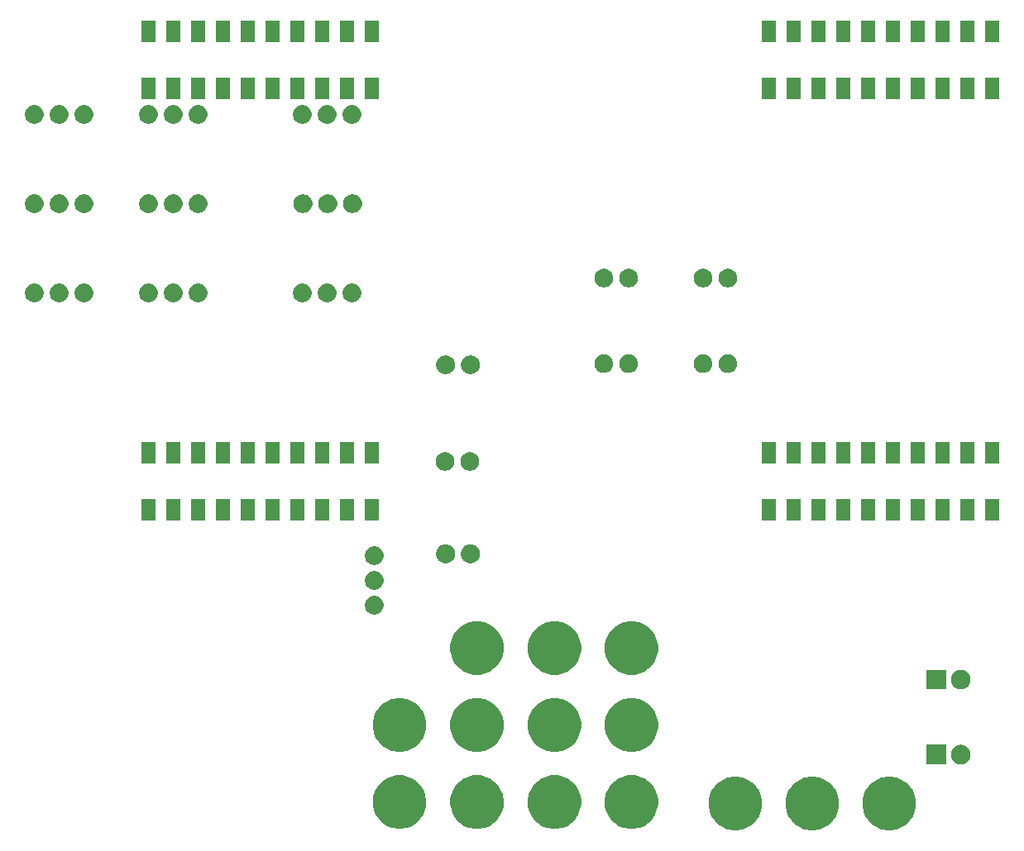
<source format=gbr>
G04 #@! TF.GenerationSoftware,KiCad,Pcbnew,(5.1.5)-2*
G04 #@! TF.CreationDate,2020-02-26T09:46:14-06:00*
G04 #@! TF.ProjectId,ArmBoard_Hardware,41726d42-6f61-4726-945f-486172647761,rev?*
G04 #@! TF.SameCoordinates,Original*
G04 #@! TF.FileFunction,Soldermask,Bot*
G04 #@! TF.FilePolarity,Negative*
%FSLAX46Y46*%
G04 Gerber Fmt 4.6, Leading zero omitted, Abs format (unit mm)*
G04 Created by KiCad (PCBNEW (5.1.5)-2) date 2020-02-26 09:46:14*
%MOMM*%
%LPD*%
G04 APERTURE LIST*
%ADD10C,0.100000*%
G04 APERTURE END LIST*
D10*
G36*
X135623775Y-126870197D02*
G01*
X135800229Y-126905296D01*
X136298877Y-127111843D01*
X136538124Y-127271703D01*
X136747648Y-127411703D01*
X137129297Y-127793352D01*
X137429158Y-128242125D01*
X137635704Y-128740772D01*
X137713153Y-129130134D01*
X137741000Y-129270134D01*
X137741000Y-129809866D01*
X137635704Y-130339229D01*
X137429157Y-130837877D01*
X137129297Y-131286648D01*
X136747648Y-131668297D01*
X136298877Y-131968157D01*
X135800229Y-132174704D01*
X135623775Y-132209803D01*
X135270868Y-132280000D01*
X134731132Y-132280000D01*
X134378225Y-132209803D01*
X134201771Y-132174704D01*
X133703123Y-131968157D01*
X133254352Y-131668297D01*
X132872703Y-131286648D01*
X132572843Y-130837877D01*
X132366296Y-130339229D01*
X132261000Y-129809866D01*
X132261000Y-129270134D01*
X132288848Y-129130134D01*
X132366296Y-128740772D01*
X132572842Y-128242125D01*
X132872703Y-127793352D01*
X133254352Y-127411703D01*
X133463876Y-127271703D01*
X133703123Y-127111843D01*
X134201771Y-126905296D01*
X134378225Y-126870197D01*
X134731132Y-126800000D01*
X135270868Y-126800000D01*
X135623775Y-126870197D01*
G37*
G36*
X151371775Y-126870197D02*
G01*
X151548229Y-126905296D01*
X152046877Y-127111843D01*
X152286124Y-127271703D01*
X152495648Y-127411703D01*
X152877297Y-127793352D01*
X153177158Y-128242125D01*
X153383704Y-128740772D01*
X153461153Y-129130134D01*
X153489000Y-129270134D01*
X153489000Y-129809866D01*
X153383704Y-130339229D01*
X153177157Y-130837877D01*
X152877297Y-131286648D01*
X152495648Y-131668297D01*
X152046877Y-131968157D01*
X151548229Y-132174704D01*
X151371775Y-132209803D01*
X151018868Y-132280000D01*
X150479132Y-132280000D01*
X150126225Y-132209803D01*
X149949771Y-132174704D01*
X149451123Y-131968157D01*
X149002352Y-131668297D01*
X148620703Y-131286648D01*
X148320843Y-130837877D01*
X148114296Y-130339229D01*
X148009000Y-129809866D01*
X148009000Y-129270134D01*
X148036848Y-129130134D01*
X148114296Y-128740772D01*
X148320842Y-128242125D01*
X148620703Y-127793352D01*
X149002352Y-127411703D01*
X149211876Y-127271703D01*
X149451123Y-127111843D01*
X149949771Y-126905296D01*
X150126225Y-126870197D01*
X150479132Y-126800000D01*
X151018868Y-126800000D01*
X151371775Y-126870197D01*
G37*
G36*
X143497775Y-126870197D02*
G01*
X143674229Y-126905296D01*
X144172877Y-127111843D01*
X144412124Y-127271703D01*
X144621648Y-127411703D01*
X145003297Y-127793352D01*
X145303158Y-128242125D01*
X145509704Y-128740772D01*
X145587153Y-129130134D01*
X145615000Y-129270134D01*
X145615000Y-129809866D01*
X145509704Y-130339229D01*
X145303157Y-130837877D01*
X145003297Y-131286648D01*
X144621648Y-131668297D01*
X144172877Y-131968157D01*
X143674229Y-132174704D01*
X143497775Y-132209803D01*
X143144868Y-132280000D01*
X142605132Y-132280000D01*
X142252225Y-132209803D01*
X142075771Y-132174704D01*
X141577123Y-131968157D01*
X141128352Y-131668297D01*
X140746703Y-131286648D01*
X140446843Y-130837877D01*
X140240296Y-130339229D01*
X140135000Y-129809866D01*
X140135000Y-129270134D01*
X140162848Y-129130134D01*
X140240296Y-128740772D01*
X140446842Y-128242125D01*
X140746703Y-127793352D01*
X141128352Y-127411703D01*
X141337876Y-127271703D01*
X141577123Y-127111843D01*
X142075771Y-126905296D01*
X142252225Y-126870197D01*
X142605132Y-126800000D01*
X143144868Y-126800000D01*
X143497775Y-126870197D01*
G37*
G36*
X109181775Y-126730197D02*
G01*
X109358229Y-126765296D01*
X109856877Y-126971843D01*
X110305648Y-127271703D01*
X110687297Y-127653352D01*
X110987157Y-128102123D01*
X111193704Y-128600771D01*
X111221552Y-128740772D01*
X111299000Y-129130132D01*
X111299000Y-129669868D01*
X111271152Y-129809868D01*
X111193704Y-130199229D01*
X110987157Y-130697877D01*
X110687297Y-131146648D01*
X110305648Y-131528297D01*
X109856877Y-131828157D01*
X109358229Y-132034704D01*
X109181775Y-132069803D01*
X108828868Y-132140000D01*
X108289132Y-132140000D01*
X107936225Y-132069803D01*
X107759771Y-132034704D01*
X107261123Y-131828157D01*
X106812352Y-131528297D01*
X106430703Y-131146648D01*
X106130843Y-130697877D01*
X105924296Y-130199229D01*
X105846848Y-129809868D01*
X105819000Y-129669868D01*
X105819000Y-129130132D01*
X105896448Y-128740772D01*
X105924296Y-128600771D01*
X106130843Y-128102123D01*
X106430703Y-127653352D01*
X106812352Y-127271703D01*
X107261123Y-126971843D01*
X107759771Y-126765296D01*
X107936225Y-126730197D01*
X108289132Y-126660000D01*
X108828868Y-126660000D01*
X109181775Y-126730197D01*
G37*
G36*
X101244275Y-126730197D02*
G01*
X101420729Y-126765296D01*
X101919377Y-126971843D01*
X102368148Y-127271703D01*
X102749797Y-127653352D01*
X103049657Y-128102123D01*
X103256204Y-128600771D01*
X103284052Y-128740772D01*
X103361500Y-129130132D01*
X103361500Y-129669868D01*
X103333652Y-129809868D01*
X103256204Y-130199229D01*
X103049657Y-130697877D01*
X102749797Y-131146648D01*
X102368148Y-131528297D01*
X101919377Y-131828157D01*
X101420729Y-132034704D01*
X101244275Y-132069803D01*
X100891368Y-132140000D01*
X100351632Y-132140000D01*
X99998725Y-132069803D01*
X99822271Y-132034704D01*
X99323623Y-131828157D01*
X98874852Y-131528297D01*
X98493203Y-131146648D01*
X98193343Y-130697877D01*
X97986796Y-130199229D01*
X97909348Y-129809868D01*
X97881500Y-129669868D01*
X97881500Y-129130132D01*
X97958948Y-128740772D01*
X97986796Y-128600771D01*
X98193343Y-128102123D01*
X98493203Y-127653352D01*
X98874852Y-127271703D01*
X99323623Y-126971843D01*
X99822271Y-126765296D01*
X99998725Y-126730197D01*
X100351632Y-126660000D01*
X100891368Y-126660000D01*
X101244275Y-126730197D01*
G37*
G36*
X124993275Y-126730197D02*
G01*
X125169729Y-126765296D01*
X125668377Y-126971843D01*
X126117148Y-127271703D01*
X126498797Y-127653352D01*
X126798657Y-128102123D01*
X127005204Y-128600771D01*
X127033052Y-128740772D01*
X127110500Y-129130132D01*
X127110500Y-129669868D01*
X127082652Y-129809868D01*
X127005204Y-130199229D01*
X126798657Y-130697877D01*
X126498797Y-131146648D01*
X126117148Y-131528297D01*
X125668377Y-131828157D01*
X125169729Y-132034704D01*
X124993275Y-132069803D01*
X124640368Y-132140000D01*
X124100632Y-132140000D01*
X123747725Y-132069803D01*
X123571271Y-132034704D01*
X123072623Y-131828157D01*
X122623852Y-131528297D01*
X122242203Y-131146648D01*
X121942343Y-130697877D01*
X121735796Y-130199229D01*
X121658348Y-129809868D01*
X121630500Y-129669868D01*
X121630500Y-129130132D01*
X121707948Y-128740772D01*
X121735796Y-128600771D01*
X121942343Y-128102123D01*
X122242203Y-127653352D01*
X122623852Y-127271703D01*
X123072623Y-126971843D01*
X123571271Y-126765296D01*
X123747725Y-126730197D01*
X124100632Y-126660000D01*
X124640368Y-126660000D01*
X124993275Y-126730197D01*
G37*
G36*
X117119275Y-126730197D02*
G01*
X117295729Y-126765296D01*
X117794377Y-126971843D01*
X118243148Y-127271703D01*
X118624797Y-127653352D01*
X118924657Y-128102123D01*
X119131204Y-128600771D01*
X119159052Y-128740772D01*
X119236500Y-129130132D01*
X119236500Y-129669868D01*
X119208652Y-129809868D01*
X119131204Y-130199229D01*
X118924657Y-130697877D01*
X118624797Y-131146648D01*
X118243148Y-131528297D01*
X117794377Y-131828157D01*
X117295729Y-132034704D01*
X117119275Y-132069803D01*
X116766368Y-132140000D01*
X116226632Y-132140000D01*
X115873725Y-132069803D01*
X115697271Y-132034704D01*
X115198623Y-131828157D01*
X114749852Y-131528297D01*
X114368203Y-131146648D01*
X114068343Y-130697877D01*
X113861796Y-130199229D01*
X113784348Y-129809868D01*
X113756500Y-129669868D01*
X113756500Y-129130132D01*
X113833948Y-128740772D01*
X113861796Y-128600771D01*
X114068343Y-128102123D01*
X114368203Y-127653352D01*
X114749852Y-127271703D01*
X115198623Y-126971843D01*
X115697271Y-126765296D01*
X115873725Y-126730197D01*
X116226632Y-126660000D01*
X116766368Y-126660000D01*
X117119275Y-126730197D01*
G37*
G36*
X156575000Y-125523500D02*
G01*
X154575000Y-125523500D01*
X154575000Y-123523500D01*
X156575000Y-123523500D01*
X156575000Y-125523500D01*
G37*
G36*
X158302290Y-123549119D02*
G01*
X158366689Y-123561929D01*
X158548678Y-123637311D01*
X158712463Y-123746749D01*
X158851751Y-123886037D01*
X158961189Y-124049822D01*
X159036571Y-124231811D01*
X159075000Y-124425009D01*
X159075000Y-124621991D01*
X159036571Y-124815189D01*
X158961189Y-124997178D01*
X158851751Y-125160963D01*
X158712463Y-125300251D01*
X158548678Y-125409689D01*
X158366689Y-125485071D01*
X158302290Y-125497881D01*
X158173493Y-125523500D01*
X157976507Y-125523500D01*
X157847710Y-125497881D01*
X157783311Y-125485071D01*
X157601322Y-125409689D01*
X157437537Y-125300251D01*
X157298249Y-125160963D01*
X157188811Y-124997178D01*
X157113429Y-124815189D01*
X157075000Y-124621991D01*
X157075000Y-124425009D01*
X157113429Y-124231811D01*
X157188811Y-124049822D01*
X157298249Y-123886037D01*
X157437537Y-123746749D01*
X157601322Y-123637311D01*
X157783311Y-123561929D01*
X157847710Y-123549119D01*
X157976507Y-123523500D01*
X158173493Y-123523500D01*
X158302290Y-123549119D01*
G37*
G36*
X124993275Y-118830197D02*
G01*
X125169729Y-118865296D01*
X125668377Y-119071843D01*
X126117148Y-119371703D01*
X126498797Y-119753352D01*
X126798657Y-120202123D01*
X127005204Y-120700771D01*
X127110500Y-121230134D01*
X127110500Y-121769866D01*
X127005204Y-122299229D01*
X126798657Y-122797877D01*
X126498797Y-123246648D01*
X126117148Y-123628297D01*
X125668377Y-123928157D01*
X125169729Y-124134704D01*
X124993275Y-124169803D01*
X124640368Y-124240000D01*
X124100632Y-124240000D01*
X123747725Y-124169803D01*
X123571271Y-124134704D01*
X123072623Y-123928157D01*
X122623852Y-123628297D01*
X122242203Y-123246648D01*
X121942343Y-122797877D01*
X121735796Y-122299229D01*
X121630500Y-121769866D01*
X121630500Y-121230134D01*
X121735796Y-120700771D01*
X121942343Y-120202123D01*
X122242203Y-119753352D01*
X122623852Y-119371703D01*
X123072623Y-119071843D01*
X123571271Y-118865296D01*
X123747725Y-118830197D01*
X124100632Y-118760000D01*
X124640368Y-118760000D01*
X124993275Y-118830197D01*
G37*
G36*
X117119275Y-118830197D02*
G01*
X117295729Y-118865296D01*
X117794377Y-119071843D01*
X118243148Y-119371703D01*
X118624797Y-119753352D01*
X118924657Y-120202123D01*
X119131204Y-120700771D01*
X119236500Y-121230134D01*
X119236500Y-121769866D01*
X119131204Y-122299229D01*
X118924657Y-122797877D01*
X118624797Y-123246648D01*
X118243148Y-123628297D01*
X117794377Y-123928157D01*
X117295729Y-124134704D01*
X117119275Y-124169803D01*
X116766368Y-124240000D01*
X116226632Y-124240000D01*
X115873725Y-124169803D01*
X115697271Y-124134704D01*
X115198623Y-123928157D01*
X114749852Y-123628297D01*
X114368203Y-123246648D01*
X114068343Y-122797877D01*
X113861796Y-122299229D01*
X113756500Y-121769866D01*
X113756500Y-121230134D01*
X113861796Y-120700771D01*
X114068343Y-120202123D01*
X114368203Y-119753352D01*
X114749852Y-119371703D01*
X115198623Y-119071843D01*
X115697271Y-118865296D01*
X115873725Y-118830197D01*
X116226632Y-118760000D01*
X116766368Y-118760000D01*
X117119275Y-118830197D01*
G37*
G36*
X109181775Y-118830197D02*
G01*
X109358229Y-118865296D01*
X109856877Y-119071843D01*
X110305648Y-119371703D01*
X110687297Y-119753352D01*
X110987157Y-120202123D01*
X111193704Y-120700771D01*
X111299000Y-121230134D01*
X111299000Y-121769866D01*
X111193704Y-122299229D01*
X110987157Y-122797877D01*
X110687297Y-123246648D01*
X110305648Y-123628297D01*
X109856877Y-123928157D01*
X109358229Y-124134704D01*
X109181775Y-124169803D01*
X108828868Y-124240000D01*
X108289132Y-124240000D01*
X107936225Y-124169803D01*
X107759771Y-124134704D01*
X107261123Y-123928157D01*
X106812352Y-123628297D01*
X106430703Y-123246648D01*
X106130843Y-122797877D01*
X105924296Y-122299229D01*
X105819000Y-121769866D01*
X105819000Y-121230134D01*
X105924296Y-120700771D01*
X106130843Y-120202123D01*
X106430703Y-119753352D01*
X106812352Y-119371703D01*
X107261123Y-119071843D01*
X107759771Y-118865296D01*
X107936225Y-118830197D01*
X108289132Y-118760000D01*
X108828868Y-118760000D01*
X109181775Y-118830197D01*
G37*
G36*
X101244275Y-118830197D02*
G01*
X101420729Y-118865296D01*
X101919377Y-119071843D01*
X102368148Y-119371703D01*
X102749797Y-119753352D01*
X103049657Y-120202123D01*
X103256204Y-120700771D01*
X103361500Y-121230134D01*
X103361500Y-121769866D01*
X103256204Y-122299229D01*
X103049657Y-122797877D01*
X102749797Y-123246648D01*
X102368148Y-123628297D01*
X101919377Y-123928157D01*
X101420729Y-124134704D01*
X101244275Y-124169803D01*
X100891368Y-124240000D01*
X100351632Y-124240000D01*
X99998725Y-124169803D01*
X99822271Y-124134704D01*
X99323623Y-123928157D01*
X98874852Y-123628297D01*
X98493203Y-123246648D01*
X98193343Y-122797877D01*
X97986796Y-122299229D01*
X97881500Y-121769866D01*
X97881500Y-121230134D01*
X97986796Y-120700771D01*
X98193343Y-120202123D01*
X98493203Y-119753352D01*
X98874852Y-119371703D01*
X99323623Y-119071843D01*
X99822271Y-118865296D01*
X99998725Y-118830197D01*
X100351632Y-118760000D01*
X100891368Y-118760000D01*
X101244275Y-118830197D01*
G37*
G36*
X158302290Y-115865619D02*
G01*
X158366689Y-115878429D01*
X158548678Y-115953811D01*
X158712463Y-116063249D01*
X158851751Y-116202537D01*
X158961189Y-116366322D01*
X159036571Y-116548311D01*
X159075000Y-116741509D01*
X159075000Y-116938491D01*
X159036571Y-117131689D01*
X158961189Y-117313678D01*
X158851751Y-117477463D01*
X158712463Y-117616751D01*
X158548678Y-117726189D01*
X158366689Y-117801571D01*
X158302290Y-117814381D01*
X158173493Y-117840000D01*
X157976507Y-117840000D01*
X157847710Y-117814381D01*
X157783311Y-117801571D01*
X157601322Y-117726189D01*
X157437537Y-117616751D01*
X157298249Y-117477463D01*
X157188811Y-117313678D01*
X157113429Y-117131689D01*
X157075000Y-116938491D01*
X157075000Y-116741509D01*
X157113429Y-116548311D01*
X157188811Y-116366322D01*
X157298249Y-116202537D01*
X157437537Y-116063249D01*
X157601322Y-115953811D01*
X157783311Y-115878429D01*
X157847710Y-115865619D01*
X157976507Y-115840000D01*
X158173493Y-115840000D01*
X158302290Y-115865619D01*
G37*
G36*
X156575000Y-117840000D02*
G01*
X154575000Y-117840000D01*
X154575000Y-115840000D01*
X156575000Y-115840000D01*
X156575000Y-117840000D01*
G37*
G36*
X124993275Y-110930197D02*
G01*
X125169729Y-110965296D01*
X125668377Y-111171843D01*
X126117148Y-111471703D01*
X126498797Y-111853352D01*
X126798657Y-112302123D01*
X127005204Y-112800771D01*
X127110500Y-113330134D01*
X127110500Y-113869866D01*
X127005204Y-114399229D01*
X126798657Y-114897877D01*
X126498797Y-115346648D01*
X126117148Y-115728297D01*
X125668377Y-116028157D01*
X125169729Y-116234704D01*
X124993275Y-116269803D01*
X124640368Y-116340000D01*
X124100632Y-116340000D01*
X123747725Y-116269803D01*
X123571271Y-116234704D01*
X123072623Y-116028157D01*
X122623852Y-115728297D01*
X122242203Y-115346648D01*
X121942343Y-114897877D01*
X121735796Y-114399229D01*
X121630500Y-113869866D01*
X121630500Y-113330134D01*
X121735796Y-112800771D01*
X121942343Y-112302123D01*
X122242203Y-111853352D01*
X122623852Y-111471703D01*
X123072623Y-111171843D01*
X123571271Y-110965296D01*
X123747725Y-110930197D01*
X124100632Y-110860000D01*
X124640368Y-110860000D01*
X124993275Y-110930197D01*
G37*
G36*
X117119275Y-110930197D02*
G01*
X117295729Y-110965296D01*
X117794377Y-111171843D01*
X118243148Y-111471703D01*
X118624797Y-111853352D01*
X118924657Y-112302123D01*
X119131204Y-112800771D01*
X119236500Y-113330134D01*
X119236500Y-113869866D01*
X119131204Y-114399229D01*
X118924657Y-114897877D01*
X118624797Y-115346648D01*
X118243148Y-115728297D01*
X117794377Y-116028157D01*
X117295729Y-116234704D01*
X117119275Y-116269803D01*
X116766368Y-116340000D01*
X116226632Y-116340000D01*
X115873725Y-116269803D01*
X115697271Y-116234704D01*
X115198623Y-116028157D01*
X114749852Y-115728297D01*
X114368203Y-115346648D01*
X114068343Y-114897877D01*
X113861796Y-114399229D01*
X113756500Y-113869866D01*
X113756500Y-113330134D01*
X113861796Y-112800771D01*
X114068343Y-112302123D01*
X114368203Y-111853352D01*
X114749852Y-111471703D01*
X115198623Y-111171843D01*
X115697271Y-110965296D01*
X115873725Y-110930197D01*
X116226632Y-110860000D01*
X116766368Y-110860000D01*
X117119275Y-110930197D01*
G37*
G36*
X109181775Y-110930197D02*
G01*
X109358229Y-110965296D01*
X109856877Y-111171843D01*
X110305648Y-111471703D01*
X110687297Y-111853352D01*
X110987157Y-112302123D01*
X111193704Y-112800771D01*
X111299000Y-113330134D01*
X111299000Y-113869866D01*
X111193704Y-114399229D01*
X110987157Y-114897877D01*
X110687297Y-115346648D01*
X110305648Y-115728297D01*
X109856877Y-116028157D01*
X109358229Y-116234704D01*
X109181775Y-116269803D01*
X108828868Y-116340000D01*
X108289132Y-116340000D01*
X107936225Y-116269803D01*
X107759771Y-116234704D01*
X107261123Y-116028157D01*
X106812352Y-115728297D01*
X106430703Y-115346648D01*
X106130843Y-114897877D01*
X105924296Y-114399229D01*
X105819000Y-113869866D01*
X105819000Y-113330134D01*
X105924296Y-112800771D01*
X106130843Y-112302123D01*
X106430703Y-111853352D01*
X106812352Y-111471703D01*
X107261123Y-111171843D01*
X107759771Y-110965296D01*
X107936225Y-110930197D01*
X108289132Y-110860000D01*
X108828868Y-110860000D01*
X109181775Y-110930197D01*
G37*
G36*
X98324604Y-108294968D02*
G01*
X98412142Y-108331228D01*
X98499678Y-108367486D01*
X98499679Y-108367487D01*
X98657237Y-108472763D01*
X98791237Y-108606763D01*
X98879007Y-108738121D01*
X98896514Y-108764322D01*
X98969032Y-108939396D01*
X99006000Y-109125250D01*
X99006000Y-109314750D01*
X98969032Y-109500604D01*
X98896514Y-109675678D01*
X98896513Y-109675679D01*
X98791237Y-109833237D01*
X98657237Y-109967237D01*
X98525879Y-110055007D01*
X98499678Y-110072514D01*
X98412142Y-110108772D01*
X98324604Y-110145032D01*
X98138750Y-110182000D01*
X97949250Y-110182000D01*
X97763396Y-110145032D01*
X97675858Y-110108772D01*
X97588322Y-110072514D01*
X97562121Y-110055007D01*
X97430763Y-109967237D01*
X97296763Y-109833237D01*
X97191487Y-109675679D01*
X97191486Y-109675678D01*
X97118968Y-109500604D01*
X97082000Y-109314750D01*
X97082000Y-109125250D01*
X97118968Y-108939396D01*
X97191486Y-108764322D01*
X97208993Y-108738121D01*
X97296763Y-108606763D01*
X97430763Y-108472763D01*
X97588321Y-108367487D01*
X97588322Y-108367486D01*
X97675858Y-108331228D01*
X97763396Y-108294968D01*
X97949250Y-108258000D01*
X98138750Y-108258000D01*
X98324604Y-108294968D01*
G37*
G36*
X98324604Y-105754968D02*
G01*
X98412142Y-105791228D01*
X98499678Y-105827486D01*
X98499679Y-105827487D01*
X98657237Y-105932763D01*
X98791237Y-106066763D01*
X98879007Y-106198121D01*
X98896514Y-106224322D01*
X98969032Y-106399396D01*
X99006000Y-106585250D01*
X99006000Y-106774750D01*
X98969032Y-106960604D01*
X98896514Y-107135678D01*
X98896513Y-107135679D01*
X98791237Y-107293237D01*
X98657237Y-107427237D01*
X98525879Y-107515007D01*
X98499678Y-107532514D01*
X98412142Y-107568772D01*
X98324604Y-107605032D01*
X98138750Y-107642000D01*
X97949250Y-107642000D01*
X97763396Y-107605032D01*
X97675858Y-107568772D01*
X97588322Y-107532514D01*
X97562121Y-107515007D01*
X97430763Y-107427237D01*
X97296763Y-107293237D01*
X97191487Y-107135679D01*
X97191486Y-107135678D01*
X97155228Y-107048142D01*
X97118968Y-106960604D01*
X97082000Y-106774750D01*
X97082000Y-106585250D01*
X97118968Y-106399396D01*
X97191486Y-106224322D01*
X97208993Y-106198121D01*
X97296763Y-106066763D01*
X97430763Y-105932763D01*
X97588321Y-105827487D01*
X97588322Y-105827486D01*
X97763396Y-105754968D01*
X97949250Y-105718000D01*
X98138750Y-105718000D01*
X98324604Y-105754968D01*
G37*
G36*
X98324604Y-103214968D02*
G01*
X98499678Y-103287486D01*
X98499679Y-103287487D01*
X98657237Y-103392763D01*
X98791237Y-103526763D01*
X98879007Y-103658121D01*
X98896514Y-103684322D01*
X98932772Y-103771858D01*
X98969032Y-103859396D01*
X99006000Y-104045250D01*
X99006000Y-104234750D01*
X98969032Y-104420604D01*
X98896514Y-104595678D01*
X98896513Y-104595679D01*
X98791237Y-104753237D01*
X98657237Y-104887237D01*
X98525879Y-104975007D01*
X98499678Y-104992514D01*
X98412142Y-105028772D01*
X98324604Y-105065032D01*
X98138750Y-105102000D01*
X97949250Y-105102000D01*
X97763396Y-105065032D01*
X97588322Y-104992514D01*
X97562121Y-104975007D01*
X97430763Y-104887237D01*
X97296763Y-104753237D01*
X97191487Y-104595679D01*
X97191486Y-104595678D01*
X97118968Y-104420604D01*
X97082000Y-104234750D01*
X97082000Y-104045250D01*
X97118968Y-103859396D01*
X97191486Y-103684322D01*
X97208993Y-103658121D01*
X97296763Y-103526763D01*
X97430763Y-103392763D01*
X97588321Y-103287487D01*
X97588322Y-103287486D01*
X97763396Y-103214968D01*
X97949250Y-103178000D01*
X98138750Y-103178000D01*
X98324604Y-103214968D01*
G37*
G36*
X108167104Y-103024468D02*
G01*
X108254642Y-103060728D01*
X108342178Y-103096986D01*
X108342179Y-103096987D01*
X108499737Y-103202263D01*
X108633737Y-103336263D01*
X108721507Y-103467621D01*
X108739014Y-103493822D01*
X108752658Y-103526763D01*
X108811532Y-103668896D01*
X108848500Y-103854750D01*
X108848500Y-104044250D01*
X108811532Y-104230104D01*
X108739014Y-104405178D01*
X108728706Y-104420605D01*
X108633737Y-104562737D01*
X108499737Y-104696737D01*
X108368379Y-104784507D01*
X108342178Y-104802014D01*
X108254642Y-104838272D01*
X108167104Y-104874532D01*
X107981250Y-104911500D01*
X107791750Y-104911500D01*
X107605896Y-104874532D01*
X107430822Y-104802014D01*
X107404621Y-104784507D01*
X107273263Y-104696737D01*
X107139263Y-104562737D01*
X107044294Y-104420605D01*
X107033986Y-104405178D01*
X106997728Y-104317642D01*
X106961468Y-104230104D01*
X106924500Y-104044250D01*
X106924500Y-103854750D01*
X106961468Y-103668896D01*
X107020342Y-103526763D01*
X107033986Y-103493822D01*
X107051493Y-103467621D01*
X107139263Y-103336263D01*
X107273263Y-103202263D01*
X107430821Y-103096987D01*
X107430822Y-103096986D01*
X107518358Y-103060728D01*
X107605896Y-103024468D01*
X107791750Y-102987500D01*
X107981250Y-102987500D01*
X108167104Y-103024468D01*
G37*
G36*
X105627104Y-103024468D02*
G01*
X105714642Y-103060728D01*
X105802178Y-103096986D01*
X105802179Y-103096987D01*
X105959737Y-103202263D01*
X106093737Y-103336263D01*
X106181507Y-103467621D01*
X106199014Y-103493822D01*
X106212658Y-103526763D01*
X106271532Y-103668896D01*
X106308500Y-103854750D01*
X106308500Y-104044250D01*
X106271532Y-104230104D01*
X106199014Y-104405178D01*
X106188706Y-104420605D01*
X106093737Y-104562737D01*
X105959737Y-104696737D01*
X105828379Y-104784507D01*
X105802178Y-104802014D01*
X105714642Y-104838272D01*
X105627104Y-104874532D01*
X105441250Y-104911500D01*
X105251750Y-104911500D01*
X105065896Y-104874532D01*
X104890822Y-104802014D01*
X104864621Y-104784507D01*
X104733263Y-104696737D01*
X104599263Y-104562737D01*
X104504294Y-104420605D01*
X104493986Y-104405178D01*
X104457728Y-104317642D01*
X104421468Y-104230104D01*
X104384500Y-104044250D01*
X104384500Y-103854750D01*
X104421468Y-103668896D01*
X104480342Y-103526763D01*
X104493986Y-103493822D01*
X104511493Y-103467621D01*
X104599263Y-103336263D01*
X104733263Y-103202263D01*
X104890821Y-103096987D01*
X104890822Y-103096986D01*
X104978358Y-103060728D01*
X105065896Y-103024468D01*
X105251750Y-102987500D01*
X105441250Y-102987500D01*
X105627104Y-103024468D01*
G37*
G36*
X93405300Y-100555400D02*
G01*
X92014700Y-100555400D01*
X92014700Y-98377400D01*
X93405300Y-98377400D01*
X93405300Y-100555400D01*
G37*
G36*
X139125300Y-100555400D02*
G01*
X137734700Y-100555400D01*
X137734700Y-98377400D01*
X139125300Y-98377400D01*
X139125300Y-100555400D01*
G37*
G36*
X141665300Y-100555400D02*
G01*
X140274700Y-100555400D01*
X140274700Y-98377400D01*
X141665300Y-98377400D01*
X141665300Y-100555400D01*
G37*
G36*
X144205300Y-100555400D02*
G01*
X142814700Y-100555400D01*
X142814700Y-98377400D01*
X144205300Y-98377400D01*
X144205300Y-100555400D01*
G37*
G36*
X149285300Y-100555400D02*
G01*
X147894700Y-100555400D01*
X147894700Y-98377400D01*
X149285300Y-98377400D01*
X149285300Y-100555400D01*
G37*
G36*
X95945300Y-100555400D02*
G01*
X94554700Y-100555400D01*
X94554700Y-98377400D01*
X95945300Y-98377400D01*
X95945300Y-100555400D01*
G37*
G36*
X98485300Y-100555400D02*
G01*
X97094700Y-100555400D01*
X97094700Y-98377400D01*
X98485300Y-98377400D01*
X98485300Y-100555400D01*
G37*
G36*
X90865300Y-100555400D02*
G01*
X89474700Y-100555400D01*
X89474700Y-98377400D01*
X90865300Y-98377400D01*
X90865300Y-100555400D01*
G37*
G36*
X88325300Y-100555400D02*
G01*
X86934700Y-100555400D01*
X86934700Y-98377400D01*
X88325300Y-98377400D01*
X88325300Y-100555400D01*
G37*
G36*
X80705300Y-100555400D02*
G01*
X79314700Y-100555400D01*
X79314700Y-98377400D01*
X80705300Y-98377400D01*
X80705300Y-100555400D01*
G37*
G36*
X154365300Y-100555400D02*
G01*
X152974700Y-100555400D01*
X152974700Y-98377400D01*
X154365300Y-98377400D01*
X154365300Y-100555400D01*
G37*
G36*
X151825300Y-100555400D02*
G01*
X150434700Y-100555400D01*
X150434700Y-98377400D01*
X151825300Y-98377400D01*
X151825300Y-100555400D01*
G37*
G36*
X78165300Y-100555400D02*
G01*
X76774700Y-100555400D01*
X76774700Y-98377400D01*
X78165300Y-98377400D01*
X78165300Y-100555400D01*
G37*
G36*
X85785300Y-100555400D02*
G01*
X84394700Y-100555400D01*
X84394700Y-98377400D01*
X85785300Y-98377400D01*
X85785300Y-100555400D01*
G37*
G36*
X146745300Y-100555400D02*
G01*
X145354700Y-100555400D01*
X145354700Y-98377400D01*
X146745300Y-98377400D01*
X146745300Y-100555400D01*
G37*
G36*
X83245300Y-100555400D02*
G01*
X81854700Y-100555400D01*
X81854700Y-98377400D01*
X83245300Y-98377400D01*
X83245300Y-100555400D01*
G37*
G36*
X75625300Y-100555400D02*
G01*
X74234700Y-100555400D01*
X74234700Y-98377400D01*
X75625300Y-98377400D01*
X75625300Y-100555400D01*
G37*
G36*
X161985300Y-100555400D02*
G01*
X160594700Y-100555400D01*
X160594700Y-98377400D01*
X161985300Y-98377400D01*
X161985300Y-100555400D01*
G37*
G36*
X159445300Y-100555400D02*
G01*
X158054700Y-100555400D01*
X158054700Y-98377400D01*
X159445300Y-98377400D01*
X159445300Y-100555400D01*
G37*
G36*
X156905300Y-100555400D02*
G01*
X155514700Y-100555400D01*
X155514700Y-98377400D01*
X156905300Y-98377400D01*
X156905300Y-100555400D01*
G37*
G36*
X105563604Y-93562968D02*
G01*
X105738678Y-93635486D01*
X105738679Y-93635487D01*
X105896237Y-93740763D01*
X106030237Y-93874763D01*
X106118007Y-94006121D01*
X106135514Y-94032322D01*
X106208032Y-94207396D01*
X106245000Y-94393250D01*
X106245000Y-94582750D01*
X106208032Y-94768604D01*
X106135514Y-94943678D01*
X106135513Y-94943679D01*
X106030237Y-95101237D01*
X105896237Y-95235237D01*
X105764879Y-95323007D01*
X105738678Y-95340514D01*
X105651142Y-95376772D01*
X105563604Y-95413032D01*
X105377750Y-95450000D01*
X105188250Y-95450000D01*
X105002396Y-95413032D01*
X104827322Y-95340514D01*
X104801121Y-95323007D01*
X104669763Y-95235237D01*
X104535763Y-95101237D01*
X104430487Y-94943679D01*
X104430486Y-94943678D01*
X104357968Y-94768604D01*
X104321000Y-94582750D01*
X104321000Y-94393250D01*
X104357968Y-94207396D01*
X104394228Y-94119858D01*
X104430486Y-94032322D01*
X104447993Y-94006121D01*
X104535763Y-93874763D01*
X104669763Y-93740763D01*
X104827321Y-93635487D01*
X104827322Y-93635486D01*
X105002396Y-93562968D01*
X105188250Y-93526000D01*
X105377750Y-93526000D01*
X105563604Y-93562968D01*
G37*
G36*
X108103604Y-93562968D02*
G01*
X108278678Y-93635486D01*
X108278679Y-93635487D01*
X108436237Y-93740763D01*
X108570237Y-93874763D01*
X108658007Y-94006121D01*
X108675514Y-94032322D01*
X108748032Y-94207396D01*
X108785000Y-94393250D01*
X108785000Y-94582750D01*
X108748032Y-94768604D01*
X108675514Y-94943678D01*
X108675513Y-94943679D01*
X108570237Y-95101237D01*
X108436237Y-95235237D01*
X108304879Y-95323007D01*
X108278678Y-95340514D01*
X108191142Y-95376772D01*
X108103604Y-95413032D01*
X107917750Y-95450000D01*
X107728250Y-95450000D01*
X107542396Y-95413032D01*
X107367322Y-95340514D01*
X107341121Y-95323007D01*
X107209763Y-95235237D01*
X107075763Y-95101237D01*
X106970487Y-94943679D01*
X106970486Y-94943678D01*
X106897968Y-94768604D01*
X106861000Y-94582750D01*
X106861000Y-94393250D01*
X106897968Y-94207396D01*
X106934228Y-94119858D01*
X106970486Y-94032322D01*
X106987993Y-94006121D01*
X107075763Y-93874763D01*
X107209763Y-93740763D01*
X107367321Y-93635487D01*
X107367322Y-93635486D01*
X107542396Y-93562968D01*
X107728250Y-93526000D01*
X107917750Y-93526000D01*
X108103604Y-93562968D01*
G37*
G36*
X151825300Y-94662600D02*
G01*
X150434700Y-94662600D01*
X150434700Y-92484600D01*
X151825300Y-92484600D01*
X151825300Y-94662600D01*
G37*
G36*
X154365300Y-94662600D02*
G01*
X152974700Y-94662600D01*
X152974700Y-92484600D01*
X154365300Y-92484600D01*
X154365300Y-94662600D01*
G37*
G36*
X159445300Y-94662600D02*
G01*
X158054700Y-94662600D01*
X158054700Y-92484600D01*
X159445300Y-92484600D01*
X159445300Y-94662600D01*
G37*
G36*
X156905300Y-94662600D02*
G01*
X155514700Y-94662600D01*
X155514700Y-92484600D01*
X156905300Y-92484600D01*
X156905300Y-94662600D01*
G37*
G36*
X139125300Y-94662600D02*
G01*
X137734700Y-94662600D01*
X137734700Y-92484600D01*
X139125300Y-92484600D01*
X139125300Y-94662600D01*
G37*
G36*
X141665300Y-94662600D02*
G01*
X140274700Y-94662600D01*
X140274700Y-92484600D01*
X141665300Y-92484600D01*
X141665300Y-94662600D01*
G37*
G36*
X98485300Y-94662600D02*
G01*
X97094700Y-94662600D01*
X97094700Y-92484600D01*
X98485300Y-92484600D01*
X98485300Y-94662600D01*
G37*
G36*
X95945300Y-94662600D02*
G01*
X94554700Y-94662600D01*
X94554700Y-92484600D01*
X95945300Y-92484600D01*
X95945300Y-94662600D01*
G37*
G36*
X161985300Y-94662600D02*
G01*
X160594700Y-94662600D01*
X160594700Y-92484600D01*
X161985300Y-92484600D01*
X161985300Y-94662600D01*
G37*
G36*
X146745300Y-94662600D02*
G01*
X145354700Y-94662600D01*
X145354700Y-92484600D01*
X146745300Y-92484600D01*
X146745300Y-94662600D01*
G37*
G36*
X144205300Y-94662600D02*
G01*
X142814700Y-94662600D01*
X142814700Y-92484600D01*
X144205300Y-92484600D01*
X144205300Y-94662600D01*
G37*
G36*
X75625300Y-94662600D02*
G01*
X74234700Y-94662600D01*
X74234700Y-92484600D01*
X75625300Y-92484600D01*
X75625300Y-94662600D01*
G37*
G36*
X93405300Y-94662600D02*
G01*
X92014700Y-94662600D01*
X92014700Y-92484600D01*
X93405300Y-92484600D01*
X93405300Y-94662600D01*
G37*
G36*
X90865300Y-94662600D02*
G01*
X89474700Y-94662600D01*
X89474700Y-92484600D01*
X90865300Y-92484600D01*
X90865300Y-94662600D01*
G37*
G36*
X88325300Y-94662600D02*
G01*
X86934700Y-94662600D01*
X86934700Y-92484600D01*
X88325300Y-92484600D01*
X88325300Y-94662600D01*
G37*
G36*
X85785300Y-94662600D02*
G01*
X84394700Y-94662600D01*
X84394700Y-92484600D01*
X85785300Y-92484600D01*
X85785300Y-94662600D01*
G37*
G36*
X83245300Y-94662600D02*
G01*
X81854700Y-94662600D01*
X81854700Y-92484600D01*
X83245300Y-92484600D01*
X83245300Y-94662600D01*
G37*
G36*
X80705300Y-94662600D02*
G01*
X79314700Y-94662600D01*
X79314700Y-92484600D01*
X80705300Y-92484600D01*
X80705300Y-94662600D01*
G37*
G36*
X78165300Y-94662600D02*
G01*
X76774700Y-94662600D01*
X76774700Y-92484600D01*
X78165300Y-92484600D01*
X78165300Y-94662600D01*
G37*
G36*
X149285300Y-94662600D02*
G01*
X147894700Y-94662600D01*
X147894700Y-92484600D01*
X149285300Y-92484600D01*
X149285300Y-94662600D01*
G37*
G36*
X108167104Y-83656968D02*
G01*
X108254642Y-83693228D01*
X108342178Y-83729486D01*
X108342179Y-83729487D01*
X108499737Y-83834763D01*
X108633737Y-83968763D01*
X108721507Y-84100121D01*
X108739014Y-84126322D01*
X108775272Y-84213858D01*
X108811532Y-84301396D01*
X108848500Y-84487250D01*
X108848500Y-84676750D01*
X108811532Y-84862604D01*
X108775272Y-84950142D01*
X108739014Y-85037678D01*
X108739013Y-85037679D01*
X108633737Y-85195237D01*
X108499737Y-85329237D01*
X108368389Y-85417000D01*
X108342178Y-85434514D01*
X108167104Y-85507032D01*
X107981250Y-85544000D01*
X107791750Y-85544000D01*
X107605896Y-85507032D01*
X107430822Y-85434514D01*
X107404611Y-85417000D01*
X107273263Y-85329237D01*
X107139263Y-85195237D01*
X107033987Y-85037679D01*
X107033986Y-85037678D01*
X106997728Y-84950142D01*
X106961468Y-84862604D01*
X106924500Y-84676750D01*
X106924500Y-84487250D01*
X106961468Y-84301396D01*
X106997728Y-84213858D01*
X107033986Y-84126322D01*
X107051493Y-84100121D01*
X107139263Y-83968763D01*
X107273263Y-83834763D01*
X107430821Y-83729487D01*
X107430822Y-83729486D01*
X107518358Y-83693228D01*
X107605896Y-83656968D01*
X107791750Y-83620000D01*
X107981250Y-83620000D01*
X108167104Y-83656968D01*
G37*
G36*
X105627104Y-83656968D02*
G01*
X105714642Y-83693228D01*
X105802178Y-83729486D01*
X105802179Y-83729487D01*
X105959737Y-83834763D01*
X106093737Y-83968763D01*
X106181507Y-84100121D01*
X106199014Y-84126322D01*
X106235272Y-84213858D01*
X106271532Y-84301396D01*
X106308500Y-84487250D01*
X106308500Y-84676750D01*
X106271532Y-84862604D01*
X106235272Y-84950142D01*
X106199014Y-85037678D01*
X106199013Y-85037679D01*
X106093737Y-85195237D01*
X105959737Y-85329237D01*
X105828389Y-85417000D01*
X105802178Y-85434514D01*
X105627104Y-85507032D01*
X105441250Y-85544000D01*
X105251750Y-85544000D01*
X105065896Y-85507032D01*
X104890822Y-85434514D01*
X104864611Y-85417000D01*
X104733263Y-85329237D01*
X104599263Y-85195237D01*
X104493987Y-85037679D01*
X104493986Y-85037678D01*
X104457728Y-84950142D01*
X104421468Y-84862604D01*
X104384500Y-84676750D01*
X104384500Y-84487250D01*
X104421468Y-84301396D01*
X104457728Y-84213858D01*
X104493986Y-84126322D01*
X104511493Y-84100121D01*
X104599263Y-83968763D01*
X104733263Y-83834763D01*
X104890821Y-83729487D01*
X104890822Y-83729486D01*
X104978358Y-83693228D01*
X105065896Y-83656968D01*
X105251750Y-83620000D01*
X105441250Y-83620000D01*
X105627104Y-83656968D01*
G37*
G36*
X131979604Y-83529968D02*
G01*
X132154678Y-83602486D01*
X132154679Y-83602487D01*
X132312237Y-83707763D01*
X132446237Y-83841763D01*
X132531094Y-83968761D01*
X132551514Y-83999322D01*
X132587772Y-84086858D01*
X132624032Y-84174396D01*
X132661000Y-84360250D01*
X132661000Y-84549750D01*
X132624032Y-84735604D01*
X132587772Y-84823142D01*
X132551514Y-84910678D01*
X132551513Y-84910679D01*
X132446237Y-85068237D01*
X132312237Y-85202237D01*
X132180879Y-85290007D01*
X132154678Y-85307514D01*
X131979604Y-85380032D01*
X131793750Y-85417000D01*
X131604250Y-85417000D01*
X131418396Y-85380032D01*
X131330858Y-85343772D01*
X131243322Y-85307514D01*
X131217121Y-85290007D01*
X131085763Y-85202237D01*
X130951763Y-85068237D01*
X130846487Y-84910679D01*
X130846486Y-84910678D01*
X130810228Y-84823142D01*
X130773968Y-84735604D01*
X130737000Y-84549750D01*
X130737000Y-84360250D01*
X130773968Y-84174396D01*
X130810228Y-84086858D01*
X130846486Y-83999322D01*
X130866906Y-83968761D01*
X130951763Y-83841763D01*
X131085763Y-83707763D01*
X131243321Y-83602487D01*
X131243322Y-83602486D01*
X131418396Y-83529968D01*
X131604250Y-83493000D01*
X131793750Y-83493000D01*
X131979604Y-83529968D01*
G37*
G36*
X134519604Y-83529968D02*
G01*
X134694678Y-83602486D01*
X134694679Y-83602487D01*
X134852237Y-83707763D01*
X134986237Y-83841763D01*
X135071094Y-83968761D01*
X135091514Y-83999322D01*
X135127772Y-84086858D01*
X135164032Y-84174396D01*
X135201000Y-84360250D01*
X135201000Y-84549750D01*
X135164032Y-84735604D01*
X135127772Y-84823142D01*
X135091514Y-84910678D01*
X135091513Y-84910679D01*
X134986237Y-85068237D01*
X134852237Y-85202237D01*
X134720879Y-85290007D01*
X134694678Y-85307514D01*
X134519604Y-85380032D01*
X134333750Y-85417000D01*
X134144250Y-85417000D01*
X133958396Y-85380032D01*
X133870858Y-85343772D01*
X133783322Y-85307514D01*
X133757121Y-85290007D01*
X133625763Y-85202237D01*
X133491763Y-85068237D01*
X133386487Y-84910679D01*
X133386486Y-84910678D01*
X133350228Y-84823142D01*
X133313968Y-84735604D01*
X133277000Y-84549750D01*
X133277000Y-84360250D01*
X133313968Y-84174396D01*
X133350228Y-84086858D01*
X133386486Y-83999322D01*
X133406906Y-83968761D01*
X133491763Y-83841763D01*
X133625763Y-83707763D01*
X133783321Y-83602487D01*
X133783322Y-83602486D01*
X133958396Y-83529968D01*
X134144250Y-83493000D01*
X134333750Y-83493000D01*
X134519604Y-83529968D01*
G37*
G36*
X124359604Y-83529968D02*
G01*
X124534678Y-83602486D01*
X124534679Y-83602487D01*
X124692237Y-83707763D01*
X124826237Y-83841763D01*
X124911094Y-83968761D01*
X124931514Y-83999322D01*
X124967772Y-84086858D01*
X125004032Y-84174396D01*
X125041000Y-84360250D01*
X125041000Y-84549750D01*
X125004032Y-84735604D01*
X124967772Y-84823142D01*
X124931514Y-84910678D01*
X124931513Y-84910679D01*
X124826237Y-85068237D01*
X124692237Y-85202237D01*
X124560879Y-85290007D01*
X124534678Y-85307514D01*
X124359604Y-85380032D01*
X124173750Y-85417000D01*
X123984250Y-85417000D01*
X123798396Y-85380032D01*
X123710858Y-85343772D01*
X123623322Y-85307514D01*
X123597121Y-85290007D01*
X123465763Y-85202237D01*
X123331763Y-85068237D01*
X123226487Y-84910679D01*
X123226486Y-84910678D01*
X123190228Y-84823142D01*
X123153968Y-84735604D01*
X123117000Y-84549750D01*
X123117000Y-84360250D01*
X123153968Y-84174396D01*
X123190228Y-84086858D01*
X123226486Y-83999322D01*
X123246906Y-83968761D01*
X123331763Y-83841763D01*
X123465763Y-83707763D01*
X123623321Y-83602487D01*
X123623322Y-83602486D01*
X123798396Y-83529968D01*
X123984250Y-83493000D01*
X124173750Y-83493000D01*
X124359604Y-83529968D01*
G37*
G36*
X121819604Y-83529968D02*
G01*
X121994678Y-83602486D01*
X121994679Y-83602487D01*
X122152237Y-83707763D01*
X122286237Y-83841763D01*
X122371094Y-83968761D01*
X122391514Y-83999322D01*
X122427772Y-84086858D01*
X122464032Y-84174396D01*
X122501000Y-84360250D01*
X122501000Y-84549750D01*
X122464032Y-84735604D01*
X122427772Y-84823142D01*
X122391514Y-84910678D01*
X122391513Y-84910679D01*
X122286237Y-85068237D01*
X122152237Y-85202237D01*
X122020879Y-85290007D01*
X121994678Y-85307514D01*
X121819604Y-85380032D01*
X121633750Y-85417000D01*
X121444250Y-85417000D01*
X121258396Y-85380032D01*
X121170858Y-85343772D01*
X121083322Y-85307514D01*
X121057121Y-85290007D01*
X120925763Y-85202237D01*
X120791763Y-85068237D01*
X120686487Y-84910679D01*
X120686486Y-84910678D01*
X120650228Y-84823142D01*
X120613968Y-84735604D01*
X120577000Y-84549750D01*
X120577000Y-84360250D01*
X120613968Y-84174396D01*
X120650228Y-84086858D01*
X120686486Y-83999322D01*
X120706906Y-83968761D01*
X120791763Y-83841763D01*
X120925763Y-83707763D01*
X121083321Y-83602487D01*
X121083322Y-83602486D01*
X121258396Y-83529968D01*
X121444250Y-83493000D01*
X121633750Y-83493000D01*
X121819604Y-83529968D01*
G37*
G36*
X90958604Y-76290968D02*
G01*
X91046142Y-76327228D01*
X91133678Y-76363486D01*
X91133679Y-76363487D01*
X91291237Y-76468763D01*
X91425237Y-76602763D01*
X91513007Y-76734121D01*
X91530514Y-76760322D01*
X91566772Y-76847858D01*
X91603032Y-76935396D01*
X91640000Y-77121250D01*
X91640000Y-77310750D01*
X91603032Y-77496604D01*
X91566772Y-77584142D01*
X91530514Y-77671678D01*
X91530513Y-77671679D01*
X91425237Y-77829237D01*
X91291237Y-77963237D01*
X91159879Y-78051007D01*
X91133678Y-78068514D01*
X90958604Y-78141032D01*
X90772750Y-78178000D01*
X90583250Y-78178000D01*
X90397396Y-78141032D01*
X90222322Y-78068514D01*
X90196121Y-78051007D01*
X90064763Y-77963237D01*
X89930763Y-77829237D01*
X89825487Y-77671679D01*
X89825486Y-77671678D01*
X89789228Y-77584142D01*
X89752968Y-77496604D01*
X89716000Y-77310750D01*
X89716000Y-77121250D01*
X89752968Y-76935396D01*
X89789228Y-76847858D01*
X89825486Y-76760322D01*
X89842993Y-76734121D01*
X89930763Y-76602763D01*
X90064763Y-76468763D01*
X90222321Y-76363487D01*
X90222322Y-76363486D01*
X90309858Y-76327228D01*
X90397396Y-76290968D01*
X90583250Y-76254000D01*
X90772750Y-76254000D01*
X90958604Y-76290968D01*
G37*
G36*
X96038604Y-76290968D02*
G01*
X96126142Y-76327228D01*
X96213678Y-76363486D01*
X96213679Y-76363487D01*
X96371237Y-76468763D01*
X96505237Y-76602763D01*
X96593007Y-76734121D01*
X96610514Y-76760322D01*
X96646772Y-76847858D01*
X96683032Y-76935396D01*
X96720000Y-77121250D01*
X96720000Y-77310750D01*
X96683032Y-77496604D01*
X96646772Y-77584142D01*
X96610514Y-77671678D01*
X96610513Y-77671679D01*
X96505237Y-77829237D01*
X96371237Y-77963237D01*
X96239879Y-78051007D01*
X96213678Y-78068514D01*
X96038604Y-78141032D01*
X95852750Y-78178000D01*
X95663250Y-78178000D01*
X95477396Y-78141032D01*
X95302322Y-78068514D01*
X95276121Y-78051007D01*
X95144763Y-77963237D01*
X95010763Y-77829237D01*
X94905487Y-77671679D01*
X94905486Y-77671678D01*
X94869228Y-77584142D01*
X94832968Y-77496604D01*
X94796000Y-77310750D01*
X94796000Y-77121250D01*
X94832968Y-76935396D01*
X94869228Y-76847858D01*
X94905486Y-76760322D01*
X94922993Y-76734121D01*
X95010763Y-76602763D01*
X95144763Y-76468763D01*
X95302321Y-76363487D01*
X95302322Y-76363486D01*
X95389858Y-76327228D01*
X95477396Y-76290968D01*
X95663250Y-76254000D01*
X95852750Y-76254000D01*
X96038604Y-76290968D01*
G37*
G36*
X93498604Y-76290968D02*
G01*
X93586142Y-76327228D01*
X93673678Y-76363486D01*
X93673679Y-76363487D01*
X93831237Y-76468763D01*
X93965237Y-76602763D01*
X94053007Y-76734121D01*
X94070514Y-76760322D01*
X94106772Y-76847858D01*
X94143032Y-76935396D01*
X94180000Y-77121250D01*
X94180000Y-77310750D01*
X94143032Y-77496604D01*
X94106772Y-77584142D01*
X94070514Y-77671678D01*
X94070513Y-77671679D01*
X93965237Y-77829237D01*
X93831237Y-77963237D01*
X93699879Y-78051007D01*
X93673678Y-78068514D01*
X93498604Y-78141032D01*
X93312750Y-78178000D01*
X93123250Y-78178000D01*
X92937396Y-78141032D01*
X92762322Y-78068514D01*
X92736121Y-78051007D01*
X92604763Y-77963237D01*
X92470763Y-77829237D01*
X92365487Y-77671679D01*
X92365486Y-77671678D01*
X92329228Y-77584142D01*
X92292968Y-77496604D01*
X92256000Y-77310750D01*
X92256000Y-77121250D01*
X92292968Y-76935396D01*
X92329228Y-76847858D01*
X92365486Y-76760322D01*
X92382993Y-76734121D01*
X92470763Y-76602763D01*
X92604763Y-76468763D01*
X92762321Y-76363487D01*
X92762322Y-76363486D01*
X92849858Y-76327228D01*
X92937396Y-76290968D01*
X93123250Y-76254000D01*
X93312750Y-76254000D01*
X93498604Y-76290968D01*
G37*
G36*
X63526604Y-76290968D02*
G01*
X63614142Y-76327228D01*
X63701678Y-76363486D01*
X63701679Y-76363487D01*
X63859237Y-76468763D01*
X63993237Y-76602763D01*
X64081007Y-76734121D01*
X64098514Y-76760322D01*
X64171032Y-76935396D01*
X64208000Y-77121250D01*
X64208000Y-77310750D01*
X64171032Y-77496604D01*
X64134772Y-77584142D01*
X64098514Y-77671678D01*
X64098513Y-77671679D01*
X63993237Y-77829237D01*
X63859237Y-77963237D01*
X63727879Y-78051007D01*
X63701678Y-78068514D01*
X63526604Y-78141032D01*
X63340750Y-78178000D01*
X63151250Y-78178000D01*
X62965396Y-78141032D01*
X62790322Y-78068514D01*
X62764121Y-78051007D01*
X62632763Y-77963237D01*
X62498763Y-77829237D01*
X62393487Y-77671679D01*
X62393486Y-77671678D01*
X62357228Y-77584142D01*
X62320968Y-77496604D01*
X62284000Y-77310750D01*
X62284000Y-77121250D01*
X62320968Y-76935396D01*
X62357228Y-76847858D01*
X62393486Y-76760322D01*
X62410993Y-76734121D01*
X62498763Y-76602763D01*
X62632763Y-76468763D01*
X62790321Y-76363487D01*
X62790322Y-76363486D01*
X62877858Y-76327228D01*
X62965396Y-76290968D01*
X63151250Y-76254000D01*
X63340750Y-76254000D01*
X63526604Y-76290968D01*
G37*
G36*
X66066604Y-76290968D02*
G01*
X66154142Y-76327228D01*
X66241678Y-76363486D01*
X66241679Y-76363487D01*
X66399237Y-76468763D01*
X66533237Y-76602763D01*
X66621007Y-76734121D01*
X66638514Y-76760322D01*
X66674772Y-76847858D01*
X66711032Y-76935396D01*
X66748000Y-77121250D01*
X66748000Y-77310750D01*
X66711032Y-77496604D01*
X66674772Y-77584142D01*
X66638514Y-77671678D01*
X66638513Y-77671679D01*
X66533237Y-77829237D01*
X66399237Y-77963237D01*
X66267879Y-78051007D01*
X66241678Y-78068514D01*
X66066604Y-78141032D01*
X65880750Y-78178000D01*
X65691250Y-78178000D01*
X65505396Y-78141032D01*
X65330322Y-78068514D01*
X65304121Y-78051007D01*
X65172763Y-77963237D01*
X65038763Y-77829237D01*
X64933487Y-77671679D01*
X64933486Y-77671678D01*
X64897228Y-77584142D01*
X64860968Y-77496604D01*
X64824000Y-77310750D01*
X64824000Y-77121250D01*
X64860968Y-76935396D01*
X64897228Y-76847858D01*
X64933486Y-76760322D01*
X64950993Y-76734121D01*
X65038763Y-76602763D01*
X65172763Y-76468763D01*
X65330321Y-76363487D01*
X65330322Y-76363486D01*
X65417858Y-76327228D01*
X65505396Y-76290968D01*
X65691250Y-76254000D01*
X65880750Y-76254000D01*
X66066604Y-76290968D01*
G37*
G36*
X75210604Y-76290968D02*
G01*
X75298142Y-76327228D01*
X75385678Y-76363486D01*
X75385679Y-76363487D01*
X75543237Y-76468763D01*
X75677237Y-76602763D01*
X75765007Y-76734121D01*
X75782514Y-76760322D01*
X75818772Y-76847858D01*
X75855032Y-76935396D01*
X75892000Y-77121250D01*
X75892000Y-77310750D01*
X75855032Y-77496604D01*
X75818772Y-77584142D01*
X75782514Y-77671678D01*
X75782513Y-77671679D01*
X75677237Y-77829237D01*
X75543237Y-77963237D01*
X75411879Y-78051007D01*
X75385678Y-78068514D01*
X75210604Y-78141032D01*
X75024750Y-78178000D01*
X74835250Y-78178000D01*
X74649396Y-78141032D01*
X74474322Y-78068514D01*
X74448121Y-78051007D01*
X74316763Y-77963237D01*
X74182763Y-77829237D01*
X74077487Y-77671679D01*
X74077486Y-77671678D01*
X74041228Y-77584142D01*
X74004968Y-77496604D01*
X73968000Y-77310750D01*
X73968000Y-77121250D01*
X74004968Y-76935396D01*
X74041228Y-76847858D01*
X74077486Y-76760322D01*
X74094993Y-76734121D01*
X74182763Y-76602763D01*
X74316763Y-76468763D01*
X74474321Y-76363487D01*
X74474322Y-76363486D01*
X74561858Y-76327228D01*
X74649396Y-76290968D01*
X74835250Y-76254000D01*
X75024750Y-76254000D01*
X75210604Y-76290968D01*
G37*
G36*
X77750604Y-76290968D02*
G01*
X77838142Y-76327228D01*
X77925678Y-76363486D01*
X77925679Y-76363487D01*
X78083237Y-76468763D01*
X78217237Y-76602763D01*
X78305007Y-76734121D01*
X78322514Y-76760322D01*
X78358772Y-76847858D01*
X78395032Y-76935396D01*
X78432000Y-77121250D01*
X78432000Y-77310750D01*
X78395032Y-77496604D01*
X78358772Y-77584142D01*
X78322514Y-77671678D01*
X78322513Y-77671679D01*
X78217237Y-77829237D01*
X78083237Y-77963237D01*
X77951879Y-78051007D01*
X77925678Y-78068514D01*
X77750604Y-78141032D01*
X77564750Y-78178000D01*
X77375250Y-78178000D01*
X77189396Y-78141032D01*
X77014322Y-78068514D01*
X76988121Y-78051007D01*
X76856763Y-77963237D01*
X76722763Y-77829237D01*
X76617487Y-77671679D01*
X76617486Y-77671678D01*
X76581228Y-77584142D01*
X76544968Y-77496604D01*
X76508000Y-77310750D01*
X76508000Y-77121250D01*
X76544968Y-76935396D01*
X76581228Y-76847858D01*
X76617486Y-76760322D01*
X76634993Y-76734121D01*
X76722763Y-76602763D01*
X76856763Y-76468763D01*
X77014321Y-76363487D01*
X77014322Y-76363486D01*
X77101858Y-76327228D01*
X77189396Y-76290968D01*
X77375250Y-76254000D01*
X77564750Y-76254000D01*
X77750604Y-76290968D01*
G37*
G36*
X80290604Y-76290968D02*
G01*
X80378142Y-76327228D01*
X80465678Y-76363486D01*
X80465679Y-76363487D01*
X80623237Y-76468763D01*
X80757237Y-76602763D01*
X80845007Y-76734121D01*
X80862514Y-76760322D01*
X80898772Y-76847858D01*
X80935032Y-76935396D01*
X80972000Y-77121250D01*
X80972000Y-77310750D01*
X80935032Y-77496604D01*
X80898772Y-77584142D01*
X80862514Y-77671678D01*
X80862513Y-77671679D01*
X80757237Y-77829237D01*
X80623237Y-77963237D01*
X80491879Y-78051007D01*
X80465678Y-78068514D01*
X80290604Y-78141032D01*
X80104750Y-78178000D01*
X79915250Y-78178000D01*
X79729396Y-78141032D01*
X79554322Y-78068514D01*
X79528121Y-78051007D01*
X79396763Y-77963237D01*
X79262763Y-77829237D01*
X79157487Y-77671679D01*
X79157486Y-77671678D01*
X79121228Y-77584142D01*
X79084968Y-77496604D01*
X79048000Y-77310750D01*
X79048000Y-77121250D01*
X79084968Y-76935396D01*
X79121228Y-76847858D01*
X79157486Y-76760322D01*
X79174993Y-76734121D01*
X79262763Y-76602763D01*
X79396763Y-76468763D01*
X79554321Y-76363487D01*
X79554322Y-76363486D01*
X79641858Y-76327228D01*
X79729396Y-76290968D01*
X79915250Y-76254000D01*
X80104750Y-76254000D01*
X80290604Y-76290968D01*
G37*
G36*
X68606604Y-76290968D02*
G01*
X68694142Y-76327228D01*
X68781678Y-76363486D01*
X68781679Y-76363487D01*
X68939237Y-76468763D01*
X69073237Y-76602763D01*
X69161007Y-76734121D01*
X69178514Y-76760322D01*
X69214772Y-76847858D01*
X69251032Y-76935396D01*
X69288000Y-77121250D01*
X69288000Y-77310750D01*
X69251032Y-77496604D01*
X69214772Y-77584142D01*
X69178514Y-77671678D01*
X69178513Y-77671679D01*
X69073237Y-77829237D01*
X68939237Y-77963237D01*
X68807879Y-78051007D01*
X68781678Y-78068514D01*
X68606604Y-78141032D01*
X68420750Y-78178000D01*
X68231250Y-78178000D01*
X68045396Y-78141032D01*
X67870322Y-78068514D01*
X67844121Y-78051007D01*
X67712763Y-77963237D01*
X67578763Y-77829237D01*
X67473487Y-77671679D01*
X67473486Y-77671678D01*
X67437228Y-77584142D01*
X67400968Y-77496604D01*
X67364000Y-77310750D01*
X67364000Y-77121250D01*
X67400968Y-76935396D01*
X67437228Y-76847858D01*
X67473486Y-76760322D01*
X67490993Y-76734121D01*
X67578763Y-76602763D01*
X67712763Y-76468763D01*
X67870321Y-76363487D01*
X67870322Y-76363486D01*
X67957858Y-76327228D01*
X68045396Y-76290968D01*
X68231250Y-76254000D01*
X68420750Y-76254000D01*
X68606604Y-76290968D01*
G37*
G36*
X134519604Y-74766968D02*
G01*
X134607142Y-74803228D01*
X134694678Y-74839486D01*
X134694679Y-74839487D01*
X134852237Y-74944763D01*
X134986237Y-75078763D01*
X135074007Y-75210121D01*
X135091514Y-75236322D01*
X135127772Y-75323858D01*
X135164032Y-75411396D01*
X135201000Y-75597250D01*
X135201000Y-75786750D01*
X135164032Y-75972604D01*
X135127772Y-76060142D01*
X135091514Y-76147678D01*
X135091513Y-76147679D01*
X134986237Y-76305237D01*
X134852237Y-76439237D01*
X134720879Y-76527007D01*
X134694678Y-76544514D01*
X134607142Y-76580772D01*
X134519604Y-76617032D01*
X134333750Y-76654000D01*
X134144250Y-76654000D01*
X133958396Y-76617032D01*
X133870858Y-76580772D01*
X133783322Y-76544514D01*
X133757121Y-76527007D01*
X133625763Y-76439237D01*
X133491763Y-76305237D01*
X133386487Y-76147679D01*
X133386486Y-76147678D01*
X133313968Y-75972604D01*
X133277000Y-75786750D01*
X133277000Y-75597250D01*
X133313968Y-75411396D01*
X133350228Y-75323858D01*
X133386486Y-75236322D01*
X133403993Y-75210121D01*
X133491763Y-75078763D01*
X133625763Y-74944763D01*
X133783321Y-74839487D01*
X133783322Y-74839486D01*
X133870858Y-74803228D01*
X133958396Y-74766968D01*
X134144250Y-74730000D01*
X134333750Y-74730000D01*
X134519604Y-74766968D01*
G37*
G36*
X131979604Y-74766968D02*
G01*
X132067142Y-74803228D01*
X132154678Y-74839486D01*
X132154679Y-74839487D01*
X132312237Y-74944763D01*
X132446237Y-75078763D01*
X132534007Y-75210121D01*
X132551514Y-75236322D01*
X132587772Y-75323858D01*
X132624032Y-75411396D01*
X132661000Y-75597250D01*
X132661000Y-75786750D01*
X132624032Y-75972604D01*
X132587772Y-76060142D01*
X132551514Y-76147678D01*
X132551513Y-76147679D01*
X132446237Y-76305237D01*
X132312237Y-76439237D01*
X132180879Y-76527007D01*
X132154678Y-76544514D01*
X132067142Y-76580772D01*
X131979604Y-76617032D01*
X131793750Y-76654000D01*
X131604250Y-76654000D01*
X131418396Y-76617032D01*
X131330858Y-76580772D01*
X131243322Y-76544514D01*
X131217121Y-76527007D01*
X131085763Y-76439237D01*
X130951763Y-76305237D01*
X130846487Y-76147679D01*
X130846486Y-76147678D01*
X130773968Y-75972604D01*
X130737000Y-75786750D01*
X130737000Y-75597250D01*
X130773968Y-75411396D01*
X130810228Y-75323858D01*
X130846486Y-75236322D01*
X130863993Y-75210121D01*
X130951763Y-75078763D01*
X131085763Y-74944763D01*
X131243321Y-74839487D01*
X131243322Y-74839486D01*
X131330858Y-74803228D01*
X131418396Y-74766968D01*
X131604250Y-74730000D01*
X131793750Y-74730000D01*
X131979604Y-74766968D01*
G37*
G36*
X124359604Y-74766968D02*
G01*
X124447142Y-74803228D01*
X124534678Y-74839486D01*
X124534679Y-74839487D01*
X124692237Y-74944763D01*
X124826237Y-75078763D01*
X124914007Y-75210121D01*
X124931514Y-75236322D01*
X124967772Y-75323858D01*
X125004032Y-75411396D01*
X125041000Y-75597250D01*
X125041000Y-75786750D01*
X125004032Y-75972604D01*
X124967772Y-76060142D01*
X124931514Y-76147678D01*
X124931513Y-76147679D01*
X124826237Y-76305237D01*
X124692237Y-76439237D01*
X124560879Y-76527007D01*
X124534678Y-76544514D01*
X124447142Y-76580772D01*
X124359604Y-76617032D01*
X124173750Y-76654000D01*
X123984250Y-76654000D01*
X123798396Y-76617032D01*
X123710858Y-76580772D01*
X123623322Y-76544514D01*
X123597121Y-76527007D01*
X123465763Y-76439237D01*
X123331763Y-76305237D01*
X123226487Y-76147679D01*
X123226486Y-76147678D01*
X123153968Y-75972604D01*
X123117000Y-75786750D01*
X123117000Y-75597250D01*
X123153968Y-75411396D01*
X123190228Y-75323858D01*
X123226486Y-75236322D01*
X123243993Y-75210121D01*
X123331763Y-75078763D01*
X123465763Y-74944763D01*
X123623321Y-74839487D01*
X123623322Y-74839486D01*
X123710858Y-74803228D01*
X123798396Y-74766968D01*
X123984250Y-74730000D01*
X124173750Y-74730000D01*
X124359604Y-74766968D01*
G37*
G36*
X121819604Y-74766968D02*
G01*
X121907142Y-74803228D01*
X121994678Y-74839486D01*
X121994679Y-74839487D01*
X122152237Y-74944763D01*
X122286237Y-75078763D01*
X122374007Y-75210121D01*
X122391514Y-75236322D01*
X122427772Y-75323858D01*
X122464032Y-75411396D01*
X122501000Y-75597250D01*
X122501000Y-75786750D01*
X122464032Y-75972604D01*
X122427772Y-76060142D01*
X122391514Y-76147678D01*
X122391513Y-76147679D01*
X122286237Y-76305237D01*
X122152237Y-76439237D01*
X122020879Y-76527007D01*
X121994678Y-76544514D01*
X121907142Y-76580772D01*
X121819604Y-76617032D01*
X121633750Y-76654000D01*
X121444250Y-76654000D01*
X121258396Y-76617032D01*
X121170858Y-76580772D01*
X121083322Y-76544514D01*
X121057121Y-76527007D01*
X120925763Y-76439237D01*
X120791763Y-76305237D01*
X120686487Y-76147679D01*
X120686486Y-76147678D01*
X120613968Y-75972604D01*
X120577000Y-75786750D01*
X120577000Y-75597250D01*
X120613968Y-75411396D01*
X120650228Y-75323858D01*
X120686486Y-75236322D01*
X120703993Y-75210121D01*
X120791763Y-75078763D01*
X120925763Y-74944763D01*
X121083321Y-74839487D01*
X121083322Y-74839486D01*
X121170858Y-74803228D01*
X121258396Y-74766968D01*
X121444250Y-74730000D01*
X121633750Y-74730000D01*
X121819604Y-74766968D01*
G37*
G36*
X91022104Y-67146968D02*
G01*
X91197178Y-67219486D01*
X91197179Y-67219487D01*
X91354737Y-67324763D01*
X91488737Y-67458763D01*
X91576507Y-67590121D01*
X91594014Y-67616322D01*
X91666532Y-67791396D01*
X91703500Y-67977250D01*
X91703500Y-68166750D01*
X91666532Y-68352604D01*
X91594014Y-68527678D01*
X91594013Y-68527679D01*
X91488737Y-68685237D01*
X91354737Y-68819237D01*
X91223379Y-68907007D01*
X91197178Y-68924514D01*
X91109642Y-68960772D01*
X91022104Y-68997032D01*
X90836250Y-69034000D01*
X90646750Y-69034000D01*
X90460896Y-68997032D01*
X90373358Y-68960772D01*
X90285822Y-68924514D01*
X90259621Y-68907007D01*
X90128263Y-68819237D01*
X89994263Y-68685237D01*
X89888987Y-68527679D01*
X89888986Y-68527678D01*
X89816468Y-68352604D01*
X89779500Y-68166750D01*
X89779500Y-67977250D01*
X89816468Y-67791396D01*
X89888986Y-67616322D01*
X89906493Y-67590121D01*
X89994263Y-67458763D01*
X90128263Y-67324763D01*
X90285821Y-67219487D01*
X90285822Y-67219486D01*
X90460896Y-67146968D01*
X90646750Y-67110000D01*
X90836250Y-67110000D01*
X91022104Y-67146968D01*
G37*
G36*
X63526604Y-67146968D02*
G01*
X63701678Y-67219486D01*
X63701679Y-67219487D01*
X63859237Y-67324763D01*
X63993237Y-67458763D01*
X64081007Y-67590121D01*
X64098514Y-67616322D01*
X64171032Y-67791396D01*
X64208000Y-67977250D01*
X64208000Y-68166750D01*
X64171032Y-68352604D01*
X64098514Y-68527678D01*
X64098513Y-68527679D01*
X63993237Y-68685237D01*
X63859237Y-68819237D01*
X63727879Y-68907007D01*
X63701678Y-68924514D01*
X63614142Y-68960772D01*
X63526604Y-68997032D01*
X63340750Y-69034000D01*
X63151250Y-69034000D01*
X62965396Y-68997032D01*
X62877858Y-68960772D01*
X62790322Y-68924514D01*
X62764121Y-68907007D01*
X62632763Y-68819237D01*
X62498763Y-68685237D01*
X62393487Y-68527679D01*
X62393486Y-68527678D01*
X62320968Y-68352604D01*
X62284000Y-68166750D01*
X62284000Y-67977250D01*
X62320968Y-67791396D01*
X62393486Y-67616322D01*
X62410993Y-67590121D01*
X62498763Y-67458763D01*
X62632763Y-67324763D01*
X62790321Y-67219487D01*
X62790322Y-67219486D01*
X62965396Y-67146968D01*
X63151250Y-67110000D01*
X63340750Y-67110000D01*
X63526604Y-67146968D01*
G37*
G36*
X66066604Y-67146968D02*
G01*
X66241678Y-67219486D01*
X66241679Y-67219487D01*
X66399237Y-67324763D01*
X66533237Y-67458763D01*
X66621007Y-67590121D01*
X66638514Y-67616322D01*
X66711032Y-67791396D01*
X66748000Y-67977250D01*
X66748000Y-68166750D01*
X66711032Y-68352604D01*
X66638514Y-68527678D01*
X66638513Y-68527679D01*
X66533237Y-68685237D01*
X66399237Y-68819237D01*
X66267879Y-68907007D01*
X66241678Y-68924514D01*
X66154142Y-68960772D01*
X66066604Y-68997032D01*
X65880750Y-69034000D01*
X65691250Y-69034000D01*
X65505396Y-68997032D01*
X65417858Y-68960772D01*
X65330322Y-68924514D01*
X65304121Y-68907007D01*
X65172763Y-68819237D01*
X65038763Y-68685237D01*
X64933487Y-68527679D01*
X64933486Y-68527678D01*
X64860968Y-68352604D01*
X64824000Y-68166750D01*
X64824000Y-67977250D01*
X64860968Y-67791396D01*
X64933486Y-67616322D01*
X64950993Y-67590121D01*
X65038763Y-67458763D01*
X65172763Y-67324763D01*
X65330321Y-67219487D01*
X65330322Y-67219486D01*
X65505396Y-67146968D01*
X65691250Y-67110000D01*
X65880750Y-67110000D01*
X66066604Y-67146968D01*
G37*
G36*
X68606604Y-67146968D02*
G01*
X68781678Y-67219486D01*
X68781679Y-67219487D01*
X68939237Y-67324763D01*
X69073237Y-67458763D01*
X69161007Y-67590121D01*
X69178514Y-67616322D01*
X69251032Y-67791396D01*
X69288000Y-67977250D01*
X69288000Y-68166750D01*
X69251032Y-68352604D01*
X69178514Y-68527678D01*
X69178513Y-68527679D01*
X69073237Y-68685237D01*
X68939237Y-68819237D01*
X68807879Y-68907007D01*
X68781678Y-68924514D01*
X68694142Y-68960772D01*
X68606604Y-68997032D01*
X68420750Y-69034000D01*
X68231250Y-69034000D01*
X68045396Y-68997032D01*
X67957858Y-68960772D01*
X67870322Y-68924514D01*
X67844121Y-68907007D01*
X67712763Y-68819237D01*
X67578763Y-68685237D01*
X67473487Y-68527679D01*
X67473486Y-68527678D01*
X67400968Y-68352604D01*
X67364000Y-68166750D01*
X67364000Y-67977250D01*
X67400968Y-67791396D01*
X67473486Y-67616322D01*
X67490993Y-67590121D01*
X67578763Y-67458763D01*
X67712763Y-67324763D01*
X67870321Y-67219487D01*
X67870322Y-67219486D01*
X68045396Y-67146968D01*
X68231250Y-67110000D01*
X68420750Y-67110000D01*
X68606604Y-67146968D01*
G37*
G36*
X77750604Y-67146968D02*
G01*
X77925678Y-67219486D01*
X77925679Y-67219487D01*
X78083237Y-67324763D01*
X78217237Y-67458763D01*
X78305007Y-67590121D01*
X78322514Y-67616322D01*
X78395032Y-67791396D01*
X78432000Y-67977250D01*
X78432000Y-68166750D01*
X78395032Y-68352604D01*
X78322514Y-68527678D01*
X78322513Y-68527679D01*
X78217237Y-68685237D01*
X78083237Y-68819237D01*
X77951879Y-68907007D01*
X77925678Y-68924514D01*
X77838142Y-68960772D01*
X77750604Y-68997032D01*
X77564750Y-69034000D01*
X77375250Y-69034000D01*
X77189396Y-68997032D01*
X77101858Y-68960772D01*
X77014322Y-68924514D01*
X76988121Y-68907007D01*
X76856763Y-68819237D01*
X76722763Y-68685237D01*
X76617487Y-68527679D01*
X76617486Y-68527678D01*
X76544968Y-68352604D01*
X76508000Y-68166750D01*
X76508000Y-67977250D01*
X76544968Y-67791396D01*
X76617486Y-67616322D01*
X76634993Y-67590121D01*
X76722763Y-67458763D01*
X76856763Y-67324763D01*
X77014321Y-67219487D01*
X77014322Y-67219486D01*
X77189396Y-67146968D01*
X77375250Y-67110000D01*
X77564750Y-67110000D01*
X77750604Y-67146968D01*
G37*
G36*
X80290604Y-67146968D02*
G01*
X80465678Y-67219486D01*
X80465679Y-67219487D01*
X80623237Y-67324763D01*
X80757237Y-67458763D01*
X80845007Y-67590121D01*
X80862514Y-67616322D01*
X80935032Y-67791396D01*
X80972000Y-67977250D01*
X80972000Y-68166750D01*
X80935032Y-68352604D01*
X80862514Y-68527678D01*
X80862513Y-68527679D01*
X80757237Y-68685237D01*
X80623237Y-68819237D01*
X80491879Y-68907007D01*
X80465678Y-68924514D01*
X80378142Y-68960772D01*
X80290604Y-68997032D01*
X80104750Y-69034000D01*
X79915250Y-69034000D01*
X79729396Y-68997032D01*
X79641858Y-68960772D01*
X79554322Y-68924514D01*
X79528121Y-68907007D01*
X79396763Y-68819237D01*
X79262763Y-68685237D01*
X79157487Y-68527679D01*
X79157486Y-68527678D01*
X79084968Y-68352604D01*
X79048000Y-68166750D01*
X79048000Y-67977250D01*
X79084968Y-67791396D01*
X79157486Y-67616322D01*
X79174993Y-67590121D01*
X79262763Y-67458763D01*
X79396763Y-67324763D01*
X79554321Y-67219487D01*
X79554322Y-67219486D01*
X79729396Y-67146968D01*
X79915250Y-67110000D01*
X80104750Y-67110000D01*
X80290604Y-67146968D01*
G37*
G36*
X93562104Y-67146968D02*
G01*
X93737178Y-67219486D01*
X93737179Y-67219487D01*
X93894737Y-67324763D01*
X94028737Y-67458763D01*
X94116507Y-67590121D01*
X94134014Y-67616322D01*
X94206532Y-67791396D01*
X94243500Y-67977250D01*
X94243500Y-68166750D01*
X94206532Y-68352604D01*
X94134014Y-68527678D01*
X94134013Y-68527679D01*
X94028737Y-68685237D01*
X93894737Y-68819237D01*
X93763379Y-68907007D01*
X93737178Y-68924514D01*
X93649642Y-68960772D01*
X93562104Y-68997032D01*
X93376250Y-69034000D01*
X93186750Y-69034000D01*
X93000896Y-68997032D01*
X92913358Y-68960772D01*
X92825822Y-68924514D01*
X92799621Y-68907007D01*
X92668263Y-68819237D01*
X92534263Y-68685237D01*
X92428987Y-68527679D01*
X92428986Y-68527678D01*
X92356468Y-68352604D01*
X92319500Y-68166750D01*
X92319500Y-67977250D01*
X92356468Y-67791396D01*
X92428986Y-67616322D01*
X92446493Y-67590121D01*
X92534263Y-67458763D01*
X92668263Y-67324763D01*
X92825821Y-67219487D01*
X92825822Y-67219486D01*
X93000896Y-67146968D01*
X93186750Y-67110000D01*
X93376250Y-67110000D01*
X93562104Y-67146968D01*
G37*
G36*
X75210604Y-67146968D02*
G01*
X75385678Y-67219486D01*
X75385679Y-67219487D01*
X75543237Y-67324763D01*
X75677237Y-67458763D01*
X75765007Y-67590121D01*
X75782514Y-67616322D01*
X75855032Y-67791396D01*
X75892000Y-67977250D01*
X75892000Y-68166750D01*
X75855032Y-68352604D01*
X75782514Y-68527678D01*
X75782513Y-68527679D01*
X75677237Y-68685237D01*
X75543237Y-68819237D01*
X75411879Y-68907007D01*
X75385678Y-68924514D01*
X75298142Y-68960772D01*
X75210604Y-68997032D01*
X75024750Y-69034000D01*
X74835250Y-69034000D01*
X74649396Y-68997032D01*
X74561858Y-68960772D01*
X74474322Y-68924514D01*
X74448121Y-68907007D01*
X74316763Y-68819237D01*
X74182763Y-68685237D01*
X74077487Y-68527679D01*
X74077486Y-68527678D01*
X74004968Y-68352604D01*
X73968000Y-68166750D01*
X73968000Y-67977250D01*
X74004968Y-67791396D01*
X74077486Y-67616322D01*
X74094993Y-67590121D01*
X74182763Y-67458763D01*
X74316763Y-67324763D01*
X74474321Y-67219487D01*
X74474322Y-67219486D01*
X74649396Y-67146968D01*
X74835250Y-67110000D01*
X75024750Y-67110000D01*
X75210604Y-67146968D01*
G37*
G36*
X96102104Y-67146968D02*
G01*
X96277178Y-67219486D01*
X96277179Y-67219487D01*
X96434737Y-67324763D01*
X96568737Y-67458763D01*
X96656507Y-67590121D01*
X96674014Y-67616322D01*
X96746532Y-67791396D01*
X96783500Y-67977250D01*
X96783500Y-68166750D01*
X96746532Y-68352604D01*
X96674014Y-68527678D01*
X96674013Y-68527679D01*
X96568737Y-68685237D01*
X96434737Y-68819237D01*
X96303379Y-68907007D01*
X96277178Y-68924514D01*
X96189642Y-68960772D01*
X96102104Y-68997032D01*
X95916250Y-69034000D01*
X95726750Y-69034000D01*
X95540896Y-68997032D01*
X95453358Y-68960772D01*
X95365822Y-68924514D01*
X95339621Y-68907007D01*
X95208263Y-68819237D01*
X95074263Y-68685237D01*
X94968987Y-68527679D01*
X94968986Y-68527678D01*
X94896468Y-68352604D01*
X94859500Y-68166750D01*
X94859500Y-67977250D01*
X94896468Y-67791396D01*
X94968986Y-67616322D01*
X94986493Y-67590121D01*
X95074263Y-67458763D01*
X95208263Y-67324763D01*
X95365821Y-67219487D01*
X95365822Y-67219486D01*
X95540896Y-67146968D01*
X95726750Y-67110000D01*
X95916250Y-67110000D01*
X96102104Y-67146968D01*
G37*
G36*
X63526604Y-58002968D02*
G01*
X63614142Y-58039228D01*
X63701678Y-58075486D01*
X63701679Y-58075487D01*
X63859237Y-58180763D01*
X63993237Y-58314763D01*
X64081007Y-58446121D01*
X64098514Y-58472322D01*
X64134772Y-58559858D01*
X64171032Y-58647396D01*
X64208000Y-58833250D01*
X64208000Y-59022750D01*
X64171032Y-59208604D01*
X64098514Y-59383678D01*
X64098513Y-59383679D01*
X63993237Y-59541237D01*
X63859237Y-59675237D01*
X63727879Y-59763007D01*
X63701678Y-59780514D01*
X63614142Y-59816772D01*
X63526604Y-59853032D01*
X63340750Y-59890000D01*
X63151250Y-59890000D01*
X62965396Y-59853032D01*
X62877858Y-59816772D01*
X62790322Y-59780514D01*
X62764121Y-59763007D01*
X62632763Y-59675237D01*
X62498763Y-59541237D01*
X62393487Y-59383679D01*
X62393486Y-59383678D01*
X62320968Y-59208604D01*
X62284000Y-59022750D01*
X62284000Y-58833250D01*
X62320968Y-58647396D01*
X62357228Y-58559858D01*
X62393486Y-58472322D01*
X62410993Y-58446121D01*
X62498763Y-58314763D01*
X62632763Y-58180763D01*
X62790321Y-58075487D01*
X62790322Y-58075486D01*
X62877858Y-58039228D01*
X62965396Y-58002968D01*
X63151250Y-57966000D01*
X63340750Y-57966000D01*
X63526604Y-58002968D01*
G37*
G36*
X96038604Y-58002968D02*
G01*
X96126142Y-58039228D01*
X96213678Y-58075486D01*
X96213679Y-58075487D01*
X96371237Y-58180763D01*
X96505237Y-58314763D01*
X96593007Y-58446121D01*
X96610514Y-58472322D01*
X96646772Y-58559858D01*
X96683032Y-58647396D01*
X96720000Y-58833250D01*
X96720000Y-59022750D01*
X96683032Y-59208604D01*
X96610514Y-59383678D01*
X96610513Y-59383679D01*
X96505237Y-59541237D01*
X96371237Y-59675237D01*
X96239879Y-59763007D01*
X96213678Y-59780514D01*
X96126142Y-59816772D01*
X96038604Y-59853032D01*
X95852750Y-59890000D01*
X95663250Y-59890000D01*
X95477396Y-59853032D01*
X95389858Y-59816772D01*
X95302322Y-59780514D01*
X95276121Y-59763007D01*
X95144763Y-59675237D01*
X95010763Y-59541237D01*
X94905487Y-59383679D01*
X94905486Y-59383678D01*
X94832968Y-59208604D01*
X94796000Y-59022750D01*
X94796000Y-58833250D01*
X94832968Y-58647396D01*
X94869228Y-58559858D01*
X94905486Y-58472322D01*
X94922993Y-58446121D01*
X95010763Y-58314763D01*
X95144763Y-58180763D01*
X95302321Y-58075487D01*
X95302322Y-58075486D01*
X95389858Y-58039228D01*
X95477396Y-58002968D01*
X95663250Y-57966000D01*
X95852750Y-57966000D01*
X96038604Y-58002968D01*
G37*
G36*
X93498604Y-58002968D02*
G01*
X93586142Y-58039228D01*
X93673678Y-58075486D01*
X93673679Y-58075487D01*
X93831237Y-58180763D01*
X93965237Y-58314763D01*
X94053007Y-58446121D01*
X94070514Y-58472322D01*
X94106772Y-58559858D01*
X94143032Y-58647396D01*
X94180000Y-58833250D01*
X94180000Y-59022750D01*
X94143032Y-59208604D01*
X94070514Y-59383678D01*
X94070513Y-59383679D01*
X93965237Y-59541237D01*
X93831237Y-59675237D01*
X93699879Y-59763007D01*
X93673678Y-59780514D01*
X93586142Y-59816772D01*
X93498604Y-59853032D01*
X93312750Y-59890000D01*
X93123250Y-59890000D01*
X92937396Y-59853032D01*
X92849858Y-59816772D01*
X92762322Y-59780514D01*
X92736121Y-59763007D01*
X92604763Y-59675237D01*
X92470763Y-59541237D01*
X92365487Y-59383679D01*
X92365486Y-59383678D01*
X92292968Y-59208604D01*
X92256000Y-59022750D01*
X92256000Y-58833250D01*
X92292968Y-58647396D01*
X92329228Y-58559858D01*
X92365486Y-58472322D01*
X92382993Y-58446121D01*
X92470763Y-58314763D01*
X92604763Y-58180763D01*
X92762321Y-58075487D01*
X92762322Y-58075486D01*
X92849858Y-58039228D01*
X92937396Y-58002968D01*
X93123250Y-57966000D01*
X93312750Y-57966000D01*
X93498604Y-58002968D01*
G37*
G36*
X80290604Y-58002968D02*
G01*
X80378142Y-58039228D01*
X80465678Y-58075486D01*
X80465679Y-58075487D01*
X80623237Y-58180763D01*
X80757237Y-58314763D01*
X80845007Y-58446121D01*
X80862514Y-58472322D01*
X80898772Y-58559858D01*
X80935032Y-58647396D01*
X80972000Y-58833250D01*
X80972000Y-59022750D01*
X80935032Y-59208604D01*
X80862514Y-59383678D01*
X80862513Y-59383679D01*
X80757237Y-59541237D01*
X80623237Y-59675237D01*
X80491879Y-59763007D01*
X80465678Y-59780514D01*
X80378142Y-59816772D01*
X80290604Y-59853032D01*
X80104750Y-59890000D01*
X79915250Y-59890000D01*
X79729396Y-59853032D01*
X79641858Y-59816772D01*
X79554322Y-59780514D01*
X79528121Y-59763007D01*
X79396763Y-59675237D01*
X79262763Y-59541237D01*
X79157487Y-59383679D01*
X79157486Y-59383678D01*
X79084968Y-59208604D01*
X79048000Y-59022750D01*
X79048000Y-58833250D01*
X79084968Y-58647396D01*
X79121228Y-58559858D01*
X79157486Y-58472322D01*
X79174993Y-58446121D01*
X79262763Y-58314763D01*
X79396763Y-58180763D01*
X79554321Y-58075487D01*
X79554322Y-58075486D01*
X79641858Y-58039228D01*
X79729396Y-58002968D01*
X79915250Y-57966000D01*
X80104750Y-57966000D01*
X80290604Y-58002968D01*
G37*
G36*
X77750604Y-58002968D02*
G01*
X77838142Y-58039228D01*
X77925678Y-58075486D01*
X77925679Y-58075487D01*
X78083237Y-58180763D01*
X78217237Y-58314763D01*
X78305007Y-58446121D01*
X78322514Y-58472322D01*
X78358772Y-58559858D01*
X78395032Y-58647396D01*
X78432000Y-58833250D01*
X78432000Y-59022750D01*
X78395032Y-59208604D01*
X78322514Y-59383678D01*
X78322513Y-59383679D01*
X78217237Y-59541237D01*
X78083237Y-59675237D01*
X77951879Y-59763007D01*
X77925678Y-59780514D01*
X77838142Y-59816772D01*
X77750604Y-59853032D01*
X77564750Y-59890000D01*
X77375250Y-59890000D01*
X77189396Y-59853032D01*
X77101858Y-59816772D01*
X77014322Y-59780514D01*
X76988121Y-59763007D01*
X76856763Y-59675237D01*
X76722763Y-59541237D01*
X76617487Y-59383679D01*
X76617486Y-59383678D01*
X76544968Y-59208604D01*
X76508000Y-59022750D01*
X76508000Y-58833250D01*
X76544968Y-58647396D01*
X76581228Y-58559858D01*
X76617486Y-58472322D01*
X76634993Y-58446121D01*
X76722763Y-58314763D01*
X76856763Y-58180763D01*
X77014321Y-58075487D01*
X77014322Y-58075486D01*
X77101858Y-58039228D01*
X77189396Y-58002968D01*
X77375250Y-57966000D01*
X77564750Y-57966000D01*
X77750604Y-58002968D01*
G37*
G36*
X75210604Y-58002968D02*
G01*
X75298142Y-58039228D01*
X75385678Y-58075486D01*
X75385679Y-58075487D01*
X75543237Y-58180763D01*
X75677237Y-58314763D01*
X75765007Y-58446121D01*
X75782514Y-58472322D01*
X75818772Y-58559858D01*
X75855032Y-58647396D01*
X75892000Y-58833250D01*
X75892000Y-59022750D01*
X75855032Y-59208604D01*
X75782514Y-59383678D01*
X75782513Y-59383679D01*
X75677237Y-59541237D01*
X75543237Y-59675237D01*
X75411879Y-59763007D01*
X75385678Y-59780514D01*
X75298142Y-59816772D01*
X75210604Y-59853032D01*
X75024750Y-59890000D01*
X74835250Y-59890000D01*
X74649396Y-59853032D01*
X74561858Y-59816772D01*
X74474322Y-59780514D01*
X74448121Y-59763007D01*
X74316763Y-59675237D01*
X74182763Y-59541237D01*
X74077487Y-59383679D01*
X74077486Y-59383678D01*
X74004968Y-59208604D01*
X73968000Y-59022750D01*
X73968000Y-58833250D01*
X74004968Y-58647396D01*
X74041228Y-58559858D01*
X74077486Y-58472322D01*
X74094993Y-58446121D01*
X74182763Y-58314763D01*
X74316763Y-58180763D01*
X74474321Y-58075487D01*
X74474322Y-58075486D01*
X74561858Y-58039228D01*
X74649396Y-58002968D01*
X74835250Y-57966000D01*
X75024750Y-57966000D01*
X75210604Y-58002968D01*
G37*
G36*
X68606604Y-58002968D02*
G01*
X68694142Y-58039228D01*
X68781678Y-58075486D01*
X68781679Y-58075487D01*
X68939237Y-58180763D01*
X69073237Y-58314763D01*
X69161007Y-58446121D01*
X69178514Y-58472322D01*
X69214772Y-58559858D01*
X69251032Y-58647396D01*
X69288000Y-58833250D01*
X69288000Y-59022750D01*
X69251032Y-59208604D01*
X69178514Y-59383678D01*
X69178513Y-59383679D01*
X69073237Y-59541237D01*
X68939237Y-59675237D01*
X68807879Y-59763007D01*
X68781678Y-59780514D01*
X68694142Y-59816772D01*
X68606604Y-59853032D01*
X68420750Y-59890000D01*
X68231250Y-59890000D01*
X68045396Y-59853032D01*
X67957858Y-59816772D01*
X67870322Y-59780514D01*
X67844121Y-59763007D01*
X67712763Y-59675237D01*
X67578763Y-59541237D01*
X67473487Y-59383679D01*
X67473486Y-59383678D01*
X67400968Y-59208604D01*
X67364000Y-59022750D01*
X67364000Y-58833250D01*
X67400968Y-58647396D01*
X67437228Y-58559858D01*
X67473486Y-58472322D01*
X67490993Y-58446121D01*
X67578763Y-58314763D01*
X67712763Y-58180763D01*
X67870321Y-58075487D01*
X67870322Y-58075486D01*
X67957858Y-58039228D01*
X68045396Y-58002968D01*
X68231250Y-57966000D01*
X68420750Y-57966000D01*
X68606604Y-58002968D01*
G37*
G36*
X66066604Y-58002968D02*
G01*
X66154142Y-58039228D01*
X66241678Y-58075486D01*
X66241679Y-58075487D01*
X66399237Y-58180763D01*
X66533237Y-58314763D01*
X66621007Y-58446121D01*
X66638514Y-58472322D01*
X66674772Y-58559858D01*
X66711032Y-58647396D01*
X66748000Y-58833250D01*
X66748000Y-59022750D01*
X66711032Y-59208604D01*
X66638514Y-59383678D01*
X66638513Y-59383679D01*
X66533237Y-59541237D01*
X66399237Y-59675237D01*
X66267879Y-59763007D01*
X66241678Y-59780514D01*
X66154142Y-59816772D01*
X66066604Y-59853032D01*
X65880750Y-59890000D01*
X65691250Y-59890000D01*
X65505396Y-59853032D01*
X65417858Y-59816772D01*
X65330322Y-59780514D01*
X65304121Y-59763007D01*
X65172763Y-59675237D01*
X65038763Y-59541237D01*
X64933487Y-59383679D01*
X64933486Y-59383678D01*
X64860968Y-59208604D01*
X64824000Y-59022750D01*
X64824000Y-58833250D01*
X64860968Y-58647396D01*
X64897228Y-58559858D01*
X64933486Y-58472322D01*
X64950993Y-58446121D01*
X65038763Y-58314763D01*
X65172763Y-58180763D01*
X65330321Y-58075487D01*
X65330322Y-58075486D01*
X65417858Y-58039228D01*
X65505396Y-58002968D01*
X65691250Y-57966000D01*
X65880750Y-57966000D01*
X66066604Y-58002968D01*
G37*
G36*
X90958604Y-58002968D02*
G01*
X91046142Y-58039228D01*
X91133678Y-58075486D01*
X91133679Y-58075487D01*
X91291237Y-58180763D01*
X91425237Y-58314763D01*
X91513007Y-58446121D01*
X91530514Y-58472322D01*
X91566772Y-58559858D01*
X91603032Y-58647396D01*
X91640000Y-58833250D01*
X91640000Y-59022750D01*
X91603032Y-59208604D01*
X91530514Y-59383678D01*
X91530513Y-59383679D01*
X91425237Y-59541237D01*
X91291237Y-59675237D01*
X91159879Y-59763007D01*
X91133678Y-59780514D01*
X91046142Y-59816772D01*
X90958604Y-59853032D01*
X90772750Y-59890000D01*
X90583250Y-59890000D01*
X90397396Y-59853032D01*
X90309858Y-59816772D01*
X90222322Y-59780514D01*
X90196121Y-59763007D01*
X90064763Y-59675237D01*
X89930763Y-59541237D01*
X89825487Y-59383679D01*
X89825486Y-59383678D01*
X89752968Y-59208604D01*
X89716000Y-59022750D01*
X89716000Y-58833250D01*
X89752968Y-58647396D01*
X89789228Y-58559858D01*
X89825486Y-58472322D01*
X89842993Y-58446121D01*
X89930763Y-58314763D01*
X90064763Y-58180763D01*
X90222321Y-58075487D01*
X90222322Y-58075486D01*
X90309858Y-58039228D01*
X90397396Y-58002968D01*
X90583250Y-57966000D01*
X90772750Y-57966000D01*
X90958604Y-58002968D01*
G37*
G36*
X144205300Y-57375400D02*
G01*
X142814700Y-57375400D01*
X142814700Y-55197400D01*
X144205300Y-55197400D01*
X144205300Y-57375400D01*
G37*
G36*
X75625300Y-57375400D02*
G01*
X74234700Y-57375400D01*
X74234700Y-55197400D01*
X75625300Y-55197400D01*
X75625300Y-57375400D01*
G37*
G36*
X78165300Y-57375400D02*
G01*
X76774700Y-57375400D01*
X76774700Y-55197400D01*
X78165300Y-55197400D01*
X78165300Y-57375400D01*
G37*
G36*
X80705300Y-57375400D02*
G01*
X79314700Y-57375400D01*
X79314700Y-55197400D01*
X80705300Y-55197400D01*
X80705300Y-57375400D01*
G37*
G36*
X83245300Y-57375400D02*
G01*
X81854700Y-57375400D01*
X81854700Y-55197400D01*
X83245300Y-55197400D01*
X83245300Y-57375400D01*
G37*
G36*
X85785300Y-57375400D02*
G01*
X84394700Y-57375400D01*
X84394700Y-55197400D01*
X85785300Y-55197400D01*
X85785300Y-57375400D01*
G37*
G36*
X161985300Y-57375400D02*
G01*
X160594700Y-57375400D01*
X160594700Y-55197400D01*
X161985300Y-55197400D01*
X161985300Y-57375400D01*
G37*
G36*
X159445300Y-57375400D02*
G01*
X158054700Y-57375400D01*
X158054700Y-55197400D01*
X159445300Y-55197400D01*
X159445300Y-57375400D01*
G37*
G36*
X156905300Y-57375400D02*
G01*
X155514700Y-57375400D01*
X155514700Y-55197400D01*
X156905300Y-55197400D01*
X156905300Y-57375400D01*
G37*
G36*
X154365300Y-57375400D02*
G01*
X152974700Y-57375400D01*
X152974700Y-55197400D01*
X154365300Y-55197400D01*
X154365300Y-57375400D01*
G37*
G36*
X149285300Y-57375400D02*
G01*
X147894700Y-57375400D01*
X147894700Y-55197400D01*
X149285300Y-55197400D01*
X149285300Y-57375400D01*
G37*
G36*
X151825300Y-57375400D02*
G01*
X150434700Y-57375400D01*
X150434700Y-55197400D01*
X151825300Y-55197400D01*
X151825300Y-57375400D01*
G37*
G36*
X88325300Y-57375400D02*
G01*
X86934700Y-57375400D01*
X86934700Y-55197400D01*
X88325300Y-55197400D01*
X88325300Y-57375400D01*
G37*
G36*
X90865300Y-57375400D02*
G01*
X89474700Y-57375400D01*
X89474700Y-55197400D01*
X90865300Y-55197400D01*
X90865300Y-57375400D01*
G37*
G36*
X93405300Y-57375400D02*
G01*
X92014700Y-57375400D01*
X92014700Y-55197400D01*
X93405300Y-55197400D01*
X93405300Y-57375400D01*
G37*
G36*
X95945300Y-57375400D02*
G01*
X94554700Y-57375400D01*
X94554700Y-55197400D01*
X95945300Y-55197400D01*
X95945300Y-57375400D01*
G37*
G36*
X98485300Y-57375400D02*
G01*
X97094700Y-57375400D01*
X97094700Y-55197400D01*
X98485300Y-55197400D01*
X98485300Y-57375400D01*
G37*
G36*
X139125300Y-57375400D02*
G01*
X137734700Y-57375400D01*
X137734700Y-55197400D01*
X139125300Y-55197400D01*
X139125300Y-57375400D01*
G37*
G36*
X141665300Y-57375400D02*
G01*
X140274700Y-57375400D01*
X140274700Y-55197400D01*
X141665300Y-55197400D01*
X141665300Y-57375400D01*
G37*
G36*
X146745300Y-57375400D02*
G01*
X145354700Y-57375400D01*
X145354700Y-55197400D01*
X146745300Y-55197400D01*
X146745300Y-57375400D01*
G37*
G36*
X161985300Y-51482600D02*
G01*
X160594700Y-51482600D01*
X160594700Y-49304600D01*
X161985300Y-49304600D01*
X161985300Y-51482600D01*
G37*
G36*
X159445300Y-51482600D02*
G01*
X158054700Y-51482600D01*
X158054700Y-49304600D01*
X159445300Y-49304600D01*
X159445300Y-51482600D01*
G37*
G36*
X154365300Y-51482600D02*
G01*
X152974700Y-51482600D01*
X152974700Y-49304600D01*
X154365300Y-49304600D01*
X154365300Y-51482600D01*
G37*
G36*
X151825300Y-51482600D02*
G01*
X150434700Y-51482600D01*
X150434700Y-49304600D01*
X151825300Y-49304600D01*
X151825300Y-51482600D01*
G37*
G36*
X149285300Y-51482600D02*
G01*
X147894700Y-51482600D01*
X147894700Y-49304600D01*
X149285300Y-49304600D01*
X149285300Y-51482600D01*
G37*
G36*
X146745300Y-51482600D02*
G01*
X145354700Y-51482600D01*
X145354700Y-49304600D01*
X146745300Y-49304600D01*
X146745300Y-51482600D01*
G37*
G36*
X141665300Y-51482600D02*
G01*
X140274700Y-51482600D01*
X140274700Y-49304600D01*
X141665300Y-49304600D01*
X141665300Y-51482600D01*
G37*
G36*
X156905300Y-51482600D02*
G01*
X155514700Y-51482600D01*
X155514700Y-49304600D01*
X156905300Y-49304600D01*
X156905300Y-51482600D01*
G37*
G36*
X144205300Y-51482600D02*
G01*
X142814700Y-51482600D01*
X142814700Y-49304600D01*
X144205300Y-49304600D01*
X144205300Y-51482600D01*
G37*
G36*
X95945300Y-51482600D02*
G01*
X94554700Y-51482600D01*
X94554700Y-49304600D01*
X95945300Y-49304600D01*
X95945300Y-51482600D01*
G37*
G36*
X93405300Y-51482600D02*
G01*
X92014700Y-51482600D01*
X92014700Y-49304600D01*
X93405300Y-49304600D01*
X93405300Y-51482600D01*
G37*
G36*
X139125300Y-51482600D02*
G01*
X137734700Y-51482600D01*
X137734700Y-49304600D01*
X139125300Y-49304600D01*
X139125300Y-51482600D01*
G37*
G36*
X90865300Y-51482600D02*
G01*
X89474700Y-51482600D01*
X89474700Y-49304600D01*
X90865300Y-49304600D01*
X90865300Y-51482600D01*
G37*
G36*
X88325300Y-51482600D02*
G01*
X86934700Y-51482600D01*
X86934700Y-49304600D01*
X88325300Y-49304600D01*
X88325300Y-51482600D01*
G37*
G36*
X85785300Y-51482600D02*
G01*
X84394700Y-51482600D01*
X84394700Y-49304600D01*
X85785300Y-49304600D01*
X85785300Y-51482600D01*
G37*
G36*
X98485300Y-51482600D02*
G01*
X97094700Y-51482600D01*
X97094700Y-49304600D01*
X98485300Y-49304600D01*
X98485300Y-51482600D01*
G37*
G36*
X83245300Y-51482600D02*
G01*
X81854700Y-51482600D01*
X81854700Y-49304600D01*
X83245300Y-49304600D01*
X83245300Y-51482600D01*
G37*
G36*
X80705300Y-51482600D02*
G01*
X79314700Y-51482600D01*
X79314700Y-49304600D01*
X80705300Y-49304600D01*
X80705300Y-51482600D01*
G37*
G36*
X78165300Y-51482600D02*
G01*
X76774700Y-51482600D01*
X76774700Y-49304600D01*
X78165300Y-49304600D01*
X78165300Y-51482600D01*
G37*
G36*
X75625300Y-51482600D02*
G01*
X74234700Y-51482600D01*
X74234700Y-49304600D01*
X75625300Y-49304600D01*
X75625300Y-51482600D01*
G37*
M02*

</source>
